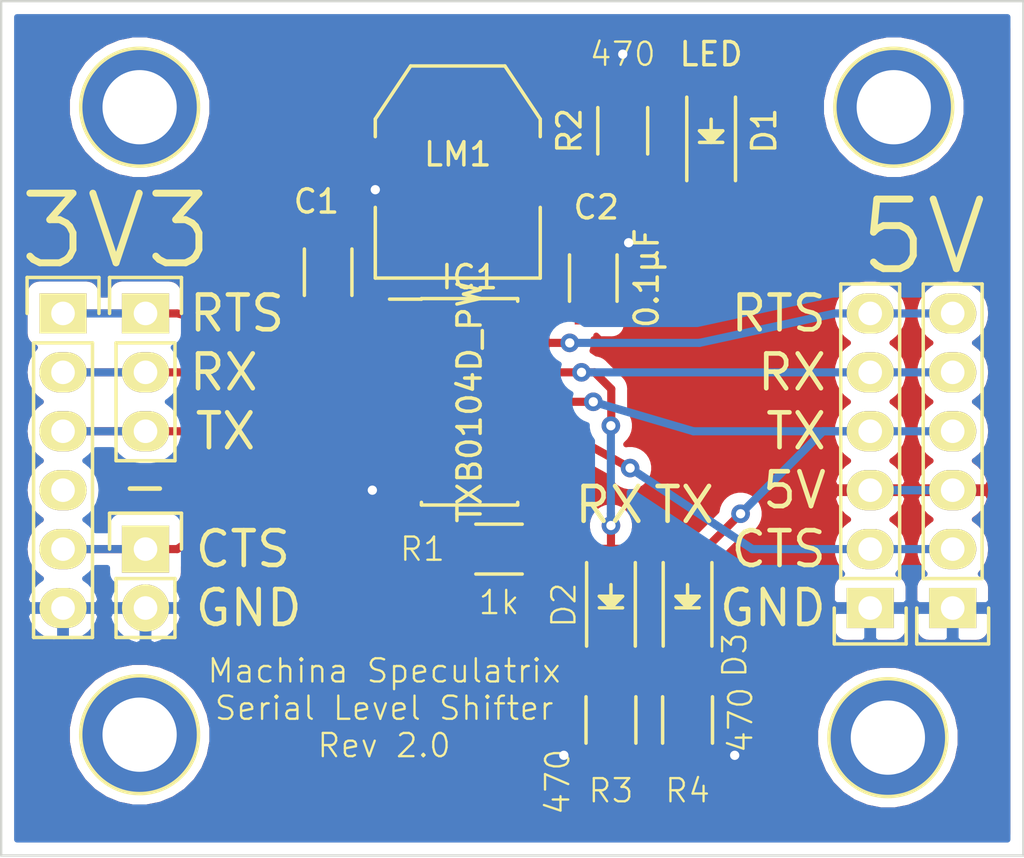
<source format=kicad_pcb>
(kicad_pcb (version 20171130) (host pcbnew "(5.1.2-1)-1")

  (general
    (thickness 1.6)
    (drawings 19)
    (tracks 95)
    (zones 0)
    (modules 20)
    (nets 19)
  )

  (page A4)
  (title_block
    (title "Serial Level Shifter")
    (date 2019-07-22)
    (rev 2.0)
    (company "Machina Speculatrix")
  )

  (layers
    (0 F.Cu signal)
    (31 B.Cu signal)
    (32 B.Adhes user hide)
    (33 F.Adhes user hide)
    (34 B.Paste user hide)
    (35 F.Paste user hide)
    (36 B.SilkS user)
    (37 F.SilkS user)
    (38 B.Mask user)
    (39 F.Mask user)
    (40 Dwgs.User user hide)
    (41 Cmts.User user hide)
    (42 Eco1.User user hide)
    (43 Eco2.User user hide)
    (44 Edge.Cuts user)
    (45 Margin user hide)
    (46 B.CrtYd user hide)
    (47 F.CrtYd user hide)
    (48 B.Fab user hide)
    (49 F.Fab user)
  )

  (setup
    (last_trace_width 0.35)
    (trace_clearance 0.2)
    (zone_clearance 0.508)
    (zone_45_only no)
    (trace_min 0.2)
    (via_size 0.8)
    (via_drill 0.4)
    (via_min_size 0.4)
    (via_min_drill 0.3)
    (uvia_size 0.3)
    (uvia_drill 0.1)
    (uvias_allowed no)
    (uvia_min_size 0.2)
    (uvia_min_drill 0.1)
    (edge_width 0.1)
    (segment_width 0.2)
    (pcb_text_width 0.3)
    (pcb_text_size 1.5 1.5)
    (mod_edge_width 0.15)
    (mod_text_size 1 1)
    (mod_text_width 0.15)
    (pad_size 1.524 1.524)
    (pad_drill 0.762)
    (pad_to_mask_clearance 0)
    (aux_axis_origin 0 0)
    (visible_elements FFFFFF7F)
    (pcbplotparams
      (layerselection 0x010f0_ffffffff)
      (usegerberextensions false)
      (usegerberattributes false)
      (usegerberadvancedattributes false)
      (creategerberjobfile false)
      (excludeedgelayer true)
      (linewidth 0.100000)
      (plotframeref false)
      (viasonmask false)
      (mode 1)
      (useauxorigin false)
      (hpglpennumber 1)
      (hpglpenspeed 20)
      (hpglpendiameter 15.000000)
      (psnegative false)
      (psa4output false)
      (plotreference true)
      (plotvalue true)
      (plotinvisibletext false)
      (padsonsilk false)
      (subtractmaskfromsilk false)
      (outputformat 1)
      (mirror false)
      (drillshape 0)
      (scaleselection 1)
      (outputdirectory "Gerbers"))
  )

  (net 0 "")
  (net 1 GND)
  (net 2 3V3)
  (net 3 5V)
  (net 4 "Net-(D1-Pad1)")
  (net 5 "Net-(D2-Pad1)")
  (net 6 /RXH)
  (net 7 "Net-(D3-Pad1)")
  (net 8 /TXH)
  (net 9 /RTSH)
  (net 10 /CTSH)
  (net 11 "Net-(IC1-Pad9)")
  (net 12 "Net-(IC1-Pad8)")
  (net 13 "Net-(IC1-Pad6)")
  (net 14 /CTSL)
  (net 15 /TXL)
  (net 16 /RXL)
  (net 17 /RTSL)
  (net 18 "Net-(J1-Pad4)")

  (net_class Default "This is the default net class."
    (clearance 0.2)
    (trace_width 0.35)
    (via_dia 0.8)
    (via_drill 0.4)
    (uvia_dia 0.3)
    (uvia_drill 0.1)
    (add_net /CTSH)
    (add_net /CTSL)
    (add_net /RTSH)
    (add_net /RTSL)
    (add_net /RXH)
    (add_net /RXL)
    (add_net /TXH)
    (add_net /TXL)
    (add_net 3V3)
    (add_net 5V)
    (add_net GND)
    (add_net "Net-(D1-Pad1)")
    (add_net "Net-(D2-Pad1)")
    (add_net "Net-(D3-Pad1)")
    (add_net "Net-(IC1-Pad6)")
    (add_net "Net-(IC1-Pad8)")
    (add_net "Net-(IC1-Pad9)")
    (add_net "Net-(J1-Pad4)")
  )

  (module Speculatrix_general:Mounting_hole_M3 (layer F.Cu) (tedit 5CF00DF4) (tstamp 5D34EFF3)
    (at 138.684 73.533)
    (descr "module 1 pin (ou trou mecanique de percage)")
    (tags DEV)
    (fp_text reference REF** (at 0 -3.81) (layer F.SilkS) hide
      (effects (font (size 1 1) (thickness 0.15)))
    )
    (fp_text value M3 (at 0 3.81) (layer F.Fab) hide
      (effects (font (size 1 1) (thickness 0.15)))
    )
    (fp_circle (center 0 0) (end 0 -2.54) (layer F.SilkS) (width 0.15))
    (pad "" thru_hole circle (at 0 0) (size 5 5) (drill 3.2) (layers *.Cu *.Mask))
  )

  (module Speculatrix_general:Mounting_hole_M3 (layer F.Cu) (tedit 5CF00DF4) (tstamp 5D34EFF3)
    (at 138.684 46.482)
    (descr "module 1 pin (ou trou mecanique de percage)")
    (tags DEV)
    (fp_text reference REF** (at 0 -3.81) (layer F.SilkS) hide
      (effects (font (size 1 1) (thickness 0.15)))
    )
    (fp_text value M3 (at 0 3.81) (layer F.Fab) hide
      (effects (font (size 1 1) (thickness 0.15)))
    )
    (fp_circle (center 0 0) (end 0 -2.54) (layer F.SilkS) (width 0.15))
    (pad "" thru_hole circle (at 0 0) (size 5 5) (drill 3.2) (layers *.Cu *.Mask))
  )

  (module Speculatrix_general:Mounting_hole_M3 (layer F.Cu) (tedit 5CF00DF4) (tstamp 5D34DD1D)
    (at 171.196 46.482)
    (descr "module 1 pin (ou trou mecanique de percage)")
    (tags DEV)
    (fp_text reference REF** (at 0 -3.81) (layer F.SilkS) hide
      (effects (font (size 1 1) (thickness 0.15)))
    )
    (fp_text value M3 (at 0 3.81) (layer F.Fab) hide
      (effects (font (size 1 1) (thickness 0.15)))
    )
    (fp_circle (center 0 0) (end 0 -2.54) (layer F.SilkS) (width 0.15))
    (pad "" thru_hole circle (at 0 0) (size 5 5) (drill 3.2) (layers *.Cu *.Mask))
  )

  (module Speculatrix_general:Mounting_hole_M3 (layer F.Cu) (tedit 5CF00DF4) (tstamp 5D34DD03)
    (at 170.942 73.66 90)
    (descr "module 1 pin (ou trou mecanique de percage)")
    (tags DEV)
    (fp_text reference REF** (at 0 -3.81 90) (layer F.SilkS) hide
      (effects (font (size 1 1) (thickness 0.15)))
    )
    (fp_text value M3 (at 0 3.81 90) (layer F.Fab) hide
      (effects (font (size 1 1) (thickness 0.15)))
    )
    (fp_circle (center 0 0) (end 0 -2.54) (layer F.SilkS) (width 0.15))
    (pad "" thru_hole circle (at 0 0 90) (size 5 5) (drill 3.2) (layers *.Cu *.Mask))
  )

  (module Pin_Headers:Pin_Header_Straight_1x02 (layer F.Cu) (tedit 54EA090C) (tstamp 5D34AB87)
    (at 138.938 65.532)
    (descr "Through hole pin header")
    (tags "pin header")
    (path /5D35A966)
    (fp_text reference J4 (at 0 -5.1) (layer F.SilkS)
      (effects (font (size 1 1) (thickness 0.15)))
    )
    (fp_text value 3V3_test2 (at 0 -3.1) (layer F.Fab) hide
      (effects (font (size 1 1) (thickness 0.15)))
    )
    (fp_line (start -1.27 3.81) (end 1.27 3.81) (layer F.SilkS) (width 0.15))
    (fp_line (start -1.27 1.27) (end -1.27 3.81) (layer F.SilkS) (width 0.15))
    (fp_line (start -1.55 -1.55) (end 1.55 -1.55) (layer F.SilkS) (width 0.15))
    (fp_line (start -1.55 0) (end -1.55 -1.55) (layer F.SilkS) (width 0.15))
    (fp_line (start 1.27 1.27) (end -1.27 1.27) (layer F.SilkS) (width 0.15))
    (fp_line (start -1.75 4.3) (end 1.75 4.3) (layer F.CrtYd) (width 0.05))
    (fp_line (start -1.75 -1.75) (end 1.75 -1.75) (layer F.CrtYd) (width 0.05))
    (fp_line (start 1.75 -1.75) (end 1.75 4.3) (layer F.CrtYd) (width 0.05))
    (fp_line (start -1.75 -1.75) (end -1.75 4.3) (layer F.CrtYd) (width 0.05))
    (fp_line (start 1.55 -1.55) (end 1.55 0) (layer F.SilkS) (width 0.15))
    (fp_line (start 1.27 1.27) (end 1.27 3.81) (layer F.SilkS) (width 0.15))
    (pad 2 thru_hole oval (at 0 2.54) (size 2.032 2.032) (drill 1.016) (layers *.Cu *.Mask F.SilkS)
      (net 1 GND))
    (pad 1 thru_hole rect (at 0 0) (size 2.032 2.032) (drill 1.016) (layers *.Cu *.Mask F.SilkS)
      (net 14 /CTSL))
    (model Pin_Headers.3dshapes/Pin_Header_Straight_1x02.wrl
      (offset (xyz 0 -1.269999980926514 0))
      (scale (xyz 1 1 1))
      (rotate (xyz 0 0 90))
    )
  )

  (module Pin_Headers:Pin_Header_Straight_1x03 (layer F.Cu) (tedit 0) (tstamp 5D34AB64)
    (at 138.938 55.372)
    (descr "Through hole pin header")
    (tags "pin header")
    (path /5D35B94D)
    (fp_text reference J3 (at 0 -5.1) (layer F.SilkS) hide
      (effects (font (size 1 1) (thickness 0.15)))
    )
    (fp_text value 3V3_test1 (at 0 -3.1) (layer F.Fab) hide
      (effects (font (size 1 1) (thickness 0.15)))
    )
    (fp_line (start -1.55 -1.55) (end 1.55 -1.55) (layer F.SilkS) (width 0.15))
    (fp_line (start -1.55 0) (end -1.55 -1.55) (layer F.SilkS) (width 0.15))
    (fp_line (start 1.27 1.27) (end -1.27 1.27) (layer F.SilkS) (width 0.15))
    (fp_line (start 1.55 -1.55) (end 1.55 0) (layer F.SilkS) (width 0.15))
    (fp_line (start 1.27 6.35) (end 1.27 1.27) (layer F.SilkS) (width 0.15))
    (fp_line (start -1.27 6.35) (end 1.27 6.35) (layer F.SilkS) (width 0.15))
    (fp_line (start -1.27 1.27) (end -1.27 6.35) (layer F.SilkS) (width 0.15))
    (fp_line (start -1.75 6.85) (end 1.75 6.85) (layer F.CrtYd) (width 0.05))
    (fp_line (start -1.75 -1.75) (end 1.75 -1.75) (layer F.CrtYd) (width 0.05))
    (fp_line (start 1.75 -1.75) (end 1.75 6.85) (layer F.CrtYd) (width 0.05))
    (fp_line (start -1.75 -1.75) (end -1.75 6.85) (layer F.CrtYd) (width 0.05))
    (pad 3 thru_hole oval (at 0 5.08) (size 2.032 1.7272) (drill 1.016) (layers *.Cu *.Mask F.SilkS)
      (net 15 /TXL))
    (pad 2 thru_hole oval (at 0 2.54) (size 2.032 1.7272) (drill 1.016) (layers *.Cu *.Mask F.SilkS)
      (net 16 /RXL))
    (pad 1 thru_hole rect (at 0 0) (size 2.032 1.7272) (drill 1.016) (layers *.Cu *.Mask F.SilkS)
      (net 17 /RTSL))
    (model Pin_Headers.3dshapes/Pin_Header_Straight_1x03.wrl
      (offset (xyz 0 -2.539999961853027 0))
      (scale (xyz 1 1 1))
      (rotate (xyz 0 0 90))
    )
  )

  (module Pin_Headers:Pin_Header_Straight_1x06 (layer F.Cu) (tedit 0) (tstamp 5D34AB37)
    (at 173.736 68.072 180)
    (descr "Through hole pin header")
    (tags "pin header")
    (path /5D34A5F6)
    (fp_text reference J2 (at 0 -5.1) (layer F.SilkS) hide
      (effects (font (size 1 1) (thickness 0.15)))
    )
    (fp_text value 5V (at 1.27 16.002) (layer F.SilkS)
      (effects (font (size 3 3) (thickness 0.3)))
    )
    (fp_line (start -1.55 -1.55) (end 1.55 -1.55) (layer F.SilkS) (width 0.15))
    (fp_line (start -1.55 0) (end -1.55 -1.55) (layer F.SilkS) (width 0.15))
    (fp_line (start 1.27 1.27) (end -1.27 1.27) (layer F.SilkS) (width 0.15))
    (fp_line (start 1.55 -1.55) (end 1.55 0) (layer F.SilkS) (width 0.15))
    (fp_line (start -1.27 13.97) (end -1.27 1.27) (layer F.SilkS) (width 0.15))
    (fp_line (start 1.27 13.97) (end -1.27 13.97) (layer F.SilkS) (width 0.15))
    (fp_line (start 1.27 1.27) (end 1.27 13.97) (layer F.SilkS) (width 0.15))
    (fp_line (start -1.75 14.45) (end 1.75 14.45) (layer F.CrtYd) (width 0.05))
    (fp_line (start -1.75 -1.75) (end 1.75 -1.75) (layer F.CrtYd) (width 0.05))
    (fp_line (start 1.75 -1.75) (end 1.75 14.45) (layer F.CrtYd) (width 0.05))
    (fp_line (start -1.75 -1.75) (end -1.75 14.45) (layer F.CrtYd) (width 0.05))
    (pad 6 thru_hole oval (at 0 12.7 180) (size 2.032 1.7272) (drill 1.016) (layers *.Cu *.Mask F.SilkS)
      (net 9 /RTSH))
    (pad 5 thru_hole oval (at 0 10.16 180) (size 2.032 1.7272) (drill 1.016) (layers *.Cu *.Mask F.SilkS)
      (net 6 /RXH))
    (pad 4 thru_hole oval (at 0 7.62 180) (size 2.032 1.7272) (drill 1.016) (layers *.Cu *.Mask F.SilkS)
      (net 8 /TXH))
    (pad 3 thru_hole oval (at 0 5.08 180) (size 2.032 1.7272) (drill 1.016) (layers *.Cu *.Mask F.SilkS)
      (net 3 5V))
    (pad 2 thru_hole oval (at 0 2.54 180) (size 2.032 1.7272) (drill 1.016) (layers *.Cu *.Mask F.SilkS)
      (net 10 /CTSH))
    (pad 1 thru_hole rect (at 0 0 180) (size 2.032 1.7272) (drill 1.016) (layers *.Cu *.Mask F.SilkS)
      (net 1 GND))
    (model Pin_Headers.3dshapes/Pin_Header_Straight_1x06.wrl
      (offset (xyz 0 -6.349999904632568 0))
      (scale (xyz 1 1 1))
      (rotate (xyz 0 0 90))
    )
  )

  (module Pin_Headers:Pin_Header_Straight_1x06 (layer F.Cu) (tedit 0) (tstamp 5D34AAEC)
    (at 135.382 55.372)
    (descr "Through hole pin header")
    (tags "pin header")
    (path /5D3478C0)
    (fp_text reference J1 (at 0 -5.1) (layer F.SilkS) hide
      (effects (font (size 1 1) (thickness 0.15)))
    )
    (fp_text value 3V3 (at 2.286 -3.556) (layer F.SilkS)
      (effects (font (size 3 3) (thickness 0.3)))
    )
    (fp_line (start -1.55 -1.55) (end 1.55 -1.55) (layer F.SilkS) (width 0.15))
    (fp_line (start -1.55 0) (end -1.55 -1.55) (layer F.SilkS) (width 0.15))
    (fp_line (start 1.27 1.27) (end -1.27 1.27) (layer F.SilkS) (width 0.15))
    (fp_line (start 1.55 -1.55) (end 1.55 0) (layer F.SilkS) (width 0.15))
    (fp_line (start -1.27 13.97) (end -1.27 1.27) (layer F.SilkS) (width 0.15))
    (fp_line (start 1.27 13.97) (end -1.27 13.97) (layer F.SilkS) (width 0.15))
    (fp_line (start 1.27 1.27) (end 1.27 13.97) (layer F.SilkS) (width 0.15))
    (fp_line (start -1.75 14.45) (end 1.75 14.45) (layer F.CrtYd) (width 0.05))
    (fp_line (start -1.75 -1.75) (end 1.75 -1.75) (layer F.CrtYd) (width 0.05))
    (fp_line (start 1.75 -1.75) (end 1.75 14.45) (layer F.CrtYd) (width 0.05))
    (fp_line (start -1.75 -1.75) (end -1.75 14.45) (layer F.CrtYd) (width 0.05))
    (pad 6 thru_hole oval (at 0 12.7) (size 2.032 1.7272) (drill 1.016) (layers *.Cu *.Mask F.SilkS)
      (net 1 GND))
    (pad 5 thru_hole oval (at 0 10.16) (size 2.032 1.7272) (drill 1.016) (layers *.Cu *.Mask F.SilkS)
      (net 14 /CTSL))
    (pad 4 thru_hole oval (at 0 7.62) (size 2.032 1.7272) (drill 1.016) (layers *.Cu *.Mask F.SilkS)
      (net 18 "Net-(J1-Pad4)"))
    (pad 3 thru_hole oval (at 0 5.08) (size 2.032 1.7272) (drill 1.016) (layers *.Cu *.Mask F.SilkS)
      (net 15 /TXL))
    (pad 2 thru_hole oval (at 0 2.54) (size 2.032 1.7272) (drill 1.016) (layers *.Cu *.Mask F.SilkS)
      (net 16 /RXL))
    (pad 1 thru_hole rect (at 0 0) (size 2.032 1.7272) (drill 1.016) (layers *.Cu *.Mask F.SilkS)
      (net 17 /RTSL))
    (model Pin_Headers.3dshapes/Pin_Header_Straight_1x06.wrl
      (offset (xyz 0 -6.349999904632568 0))
      (scale (xyz 1 1 1))
      (rotate (xyz 0 0 90))
    )
  )

  (module Resistors_SMD:R_1206 (layer F.Cu) (tedit 5415CFA7) (tstamp 5D34ABDC)
    (at 162.306 72.898 270)
    (descr "Resistor SMD 1206, reflow soldering, Vishay (see dcrcw.pdf)")
    (tags "resistor 1206")
    (path /5AF92DF9)
    (attr smd)
    (fp_text reference R4 (at 3.048 0 180) (layer F.SilkS)
      (effects (font (size 1 1) (thickness 0.1)))
    )
    (fp_text value 470 (at 0 -2.286 90) (layer F.SilkS)
      (effects (font (size 1 1) (thickness 0.1)))
    )
    (fp_line (start -1 -1.075) (end 1 -1.075) (layer F.SilkS) (width 0.15))
    (fp_line (start 1 1.075) (end -1 1.075) (layer F.SilkS) (width 0.15))
    (fp_line (start 2.2 -1.2) (end 2.2 1.2) (layer F.CrtYd) (width 0.05))
    (fp_line (start -2.2 -1.2) (end -2.2 1.2) (layer F.CrtYd) (width 0.05))
    (fp_line (start -2.2 1.2) (end 2.2 1.2) (layer F.CrtYd) (width 0.05))
    (fp_line (start -2.2 -1.2) (end 2.2 -1.2) (layer F.CrtYd) (width 0.05))
    (pad 2 smd rect (at 1.45 0 270) (size 0.9 1.7) (layers F.Cu F.Paste F.Mask)
      (net 1 GND))
    (pad 1 smd rect (at -1.45 0 270) (size 0.9 1.7) (layers F.Cu F.Paste F.Mask)
      (net 7 "Net-(D3-Pad1)"))
    (model Resistors_SMD.3dshapes/R_1206.wrl
      (at (xyz 0 0 0))
      (scale (xyz 1 1 1))
      (rotate (xyz 0 0 0))
    )
  )

  (module Resistors_SMD:R_1206 (layer F.Cu) (tedit 5415CFA7) (tstamp 5D34ABD0)
    (at 159.004 72.898 270)
    (descr "Resistor SMD 1206, reflow soldering, Vishay (see dcrcw.pdf)")
    (tags "resistor 1206")
    (path /5AF92E3D)
    (attr smd)
    (fp_text reference R3 (at 3.048 0 180) (layer F.SilkS)
      (effects (font (size 1 1) (thickness 0.1)))
    )
    (fp_text value 470 (at 2.667 2.3 90) (layer F.SilkS)
      (effects (font (size 1 1) (thickness 0.1)))
    )
    (fp_line (start -1 -1.075) (end 1 -1.075) (layer F.SilkS) (width 0.15))
    (fp_line (start 1 1.075) (end -1 1.075) (layer F.SilkS) (width 0.15))
    (fp_line (start 2.2 -1.2) (end 2.2 1.2) (layer F.CrtYd) (width 0.05))
    (fp_line (start -2.2 -1.2) (end -2.2 1.2) (layer F.CrtYd) (width 0.05))
    (fp_line (start -2.2 1.2) (end 2.2 1.2) (layer F.CrtYd) (width 0.05))
    (fp_line (start -2.2 -1.2) (end 2.2 -1.2) (layer F.CrtYd) (width 0.05))
    (pad 2 smd rect (at 1.45 0 270) (size 0.9 1.7) (layers F.Cu F.Paste F.Mask)
      (net 1 GND))
    (pad 1 smd rect (at -1.45 0 270) (size 0.9 1.7) (layers F.Cu F.Paste F.Mask)
      (net 5 "Net-(D2-Pad1)"))
    (model Resistors_SMD.3dshapes/R_1206.wrl
      (at (xyz 0 0 0))
      (scale (xyz 1 1 1))
      (rotate (xyz 0 0 0))
    )
  )

  (module Resistors_SMD:R_1206 (layer F.Cu) (tedit 5415CFA7) (tstamp 5D34ABC4)
    (at 159.512 47.498 90)
    (descr "Resistor SMD 1206, reflow soldering, Vishay (see dcrcw.pdf)")
    (tags "resistor 1206")
    (path /5ADD8A67)
    (attr smd)
    (fp_text reference R2 (at 0 -2.3 90) (layer F.SilkS)
      (effects (font (size 1 1) (thickness 0.15)))
    )
    (fp_text value 470 (at 3.302 0 180) (layer F.SilkS)
      (effects (font (size 1 1) (thickness 0.1)))
    )
    (fp_line (start -1 -1.075) (end 1 -1.075) (layer F.SilkS) (width 0.15))
    (fp_line (start 1 1.075) (end -1 1.075) (layer F.SilkS) (width 0.15))
    (fp_line (start 2.2 -1.2) (end 2.2 1.2) (layer F.CrtYd) (width 0.05))
    (fp_line (start -2.2 -1.2) (end -2.2 1.2) (layer F.CrtYd) (width 0.05))
    (fp_line (start -2.2 1.2) (end 2.2 1.2) (layer F.CrtYd) (width 0.05))
    (fp_line (start -2.2 -1.2) (end 2.2 -1.2) (layer F.CrtYd) (width 0.05))
    (pad 2 smd rect (at 1.45 0 90) (size 0.9 1.7) (layers F.Cu F.Paste F.Mask)
      (net 1 GND))
    (pad 1 smd rect (at -1.45 0 90) (size 0.9 1.7) (layers F.Cu F.Paste F.Mask)
      (net 4 "Net-(D1-Pad1)"))
    (model Resistors_SMD.3dshapes/R_1206.wrl
      (at (xyz 0 0 0))
      (scale (xyz 1 1 1))
      (rotate (xyz 0 0 0))
    )
  )

  (module Resistors_SMD:R_1206 (layer F.Cu) (tedit 5415CFA7) (tstamp 5D34ABB8)
    (at 154.178 65.532)
    (descr "Resistor SMD 1206, reflow soldering, Vishay (see dcrcw.pdf)")
    (tags "resistor 1206")
    (path /5ADCDA00)
    (attr smd)
    (fp_text reference R1 (at -3.302 0) (layer F.SilkS)
      (effects (font (size 1 1) (thickness 0.1)))
    )
    (fp_text value 1k (at 0 2.3) (layer F.SilkS)
      (effects (font (size 1 1) (thickness 0.1)))
    )
    (fp_line (start -1 -1.075) (end 1 -1.075) (layer F.SilkS) (width 0.15))
    (fp_line (start 1 1.075) (end -1 1.075) (layer F.SilkS) (width 0.15))
    (fp_line (start 2.2 -1.2) (end 2.2 1.2) (layer F.CrtYd) (width 0.05))
    (fp_line (start -2.2 -1.2) (end -2.2 1.2) (layer F.CrtYd) (width 0.05))
    (fp_line (start -2.2 1.2) (end 2.2 1.2) (layer F.CrtYd) (width 0.05))
    (fp_line (start -2.2 -1.2) (end 2.2 -1.2) (layer F.CrtYd) (width 0.05))
    (pad 2 smd rect (at 1.45 0) (size 0.9 1.7) (layers F.Cu F.Paste F.Mask)
      (net 12 "Net-(IC1-Pad8)"))
    (pad 1 smd rect (at -1.45 0) (size 0.9 1.7) (layers F.Cu F.Paste F.Mask)
      (net 2 3V3))
    (model Resistors_SMD.3dshapes/R_1206.wrl
      (at (xyz 0 0 0))
      (scale (xyz 1 1 1))
      (rotate (xyz 0 0 0))
    )
  )

  (module TO_SOT_Packages_SMD:SOT-223 (layer F.Cu) (tedit 0) (tstamp 5D34ABAC)
    (at 152.4 49.276)
    (descr "module CMS SOT223 4 pins")
    (tags "CMS SOT")
    (path /5D349286)
    (attr smd)
    (fp_text reference LM1 (at 0 -0.762) (layer F.SilkS)
      (effects (font (size 1 1) (thickness 0.15)))
    )
    (fp_text value LM1117 (at 0 0.762) (layer F.Fab)
      (effects (font (size 1 1) (thickness 0.15)))
    )
    (fp_line (start 3.556 -2.286) (end 3.556 -1.524) (layer F.SilkS) (width 0.15))
    (fp_line (start 2.032 -4.572) (end 3.556 -2.286) (layer F.SilkS) (width 0.15))
    (fp_line (start -2.032 -4.572) (end 2.032 -4.572) (layer F.SilkS) (width 0.15))
    (fp_line (start -3.556 -2.286) (end -2.032 -4.572) (layer F.SilkS) (width 0.15))
    (fp_line (start -3.556 -1.524) (end -3.556 -2.286) (layer F.SilkS) (width 0.15))
    (fp_line (start 3.556 4.572) (end 3.556 1.524) (layer F.SilkS) (width 0.15))
    (fp_line (start -3.556 4.572) (end 3.556 4.572) (layer F.SilkS) (width 0.15))
    (fp_line (start -3.556 1.524) (end -3.556 4.572) (layer F.SilkS) (width 0.15))
    (pad 1 smd rect (at -2.286 3.302) (size 1.016 2.032) (layers F.Cu F.Paste F.Mask)
      (net 1 GND))
    (pad 3 smd rect (at 2.286 3.302) (size 1.016 2.032) (layers F.Cu F.Paste F.Mask)
      (net 3 5V))
    (pad 2 smd rect (at 0 3.302) (size 1.016 2.032) (layers F.Cu F.Paste F.Mask)
      (net 2 3V3))
    (pad 4 smd rect (at 0 -3.302) (size 3.6576 2.032) (layers F.Cu F.Paste F.Mask))
    (model TO_SOT_Packages_SMD.3dshapes/SOT-223.wrl
      (at (xyz 0 0 0))
      (scale (xyz 0.4 0.4 0.4))
      (rotate (xyz 0 0 0))
    )
  )

  (module Pin_Headers:Pin_Header_Straight_1x06 (layer F.Cu) (tedit 0) (tstamp 5D34AB9C)
    (at 170.18 68.072 180)
    (descr "Through hole pin header")
    (tags "pin header")
    (path /5D3505EC)
    (fp_text reference J5 (at 0 -5.1) (layer F.SilkS) hide
      (effects (font (size 1 1) (thickness 0.15)))
    )
    (fp_text value 5V_test (at 0 -3.1) (layer F.Fab) hide
      (effects (font (size 1 1) (thickness 0.15)))
    )
    (fp_line (start -1.55 -1.55) (end 1.55 -1.55) (layer F.SilkS) (width 0.15))
    (fp_line (start -1.55 0) (end -1.55 -1.55) (layer F.SilkS) (width 0.15))
    (fp_line (start 1.27 1.27) (end -1.27 1.27) (layer F.SilkS) (width 0.15))
    (fp_line (start 1.55 -1.55) (end 1.55 0) (layer F.SilkS) (width 0.15))
    (fp_line (start -1.27 13.97) (end -1.27 1.27) (layer F.SilkS) (width 0.15))
    (fp_line (start 1.27 13.97) (end -1.27 13.97) (layer F.SilkS) (width 0.15))
    (fp_line (start 1.27 1.27) (end 1.27 13.97) (layer F.SilkS) (width 0.15))
    (fp_line (start -1.75 14.45) (end 1.75 14.45) (layer F.CrtYd) (width 0.05))
    (fp_line (start -1.75 -1.75) (end 1.75 -1.75) (layer F.CrtYd) (width 0.05))
    (fp_line (start 1.75 -1.75) (end 1.75 14.45) (layer F.CrtYd) (width 0.05))
    (fp_line (start -1.75 -1.75) (end -1.75 14.45) (layer F.CrtYd) (width 0.05))
    (pad 6 thru_hole oval (at 0 12.7 180) (size 2.032 1.7272) (drill 1.016) (layers *.Cu *.Mask F.SilkS)
      (net 9 /RTSH))
    (pad 5 thru_hole oval (at 0 10.16 180) (size 2.032 1.7272) (drill 1.016) (layers *.Cu *.Mask F.SilkS)
      (net 6 /RXH))
    (pad 4 thru_hole oval (at 0 7.62 180) (size 2.032 1.7272) (drill 1.016) (layers *.Cu *.Mask F.SilkS)
      (net 8 /TXH))
    (pad 3 thru_hole oval (at 0 5.08 180) (size 2.032 1.7272) (drill 1.016) (layers *.Cu *.Mask F.SilkS)
      (net 3 5V))
    (pad 2 thru_hole oval (at 0 2.54 180) (size 2.032 1.7272) (drill 1.016) (layers *.Cu *.Mask F.SilkS)
      (net 10 /CTSH))
    (pad 1 thru_hole rect (at 0 0 180) (size 2.032 1.7272) (drill 1.016) (layers *.Cu *.Mask F.SilkS)
      (net 1 GND))
    (model Pin_Headers.3dshapes/Pin_Header_Straight_1x06.wrl
      (offset (xyz 0 -6.349999904632568 0))
      (scale (xyz 1 1 1))
      (rotate (xyz 0 0 90))
    )
  )

  (module Housings_SOIC:SOIC-14_3.9x8.7mm_Pitch1.27mm (layer F.Cu) (tedit 574D9791) (tstamp 5D34AAA1)
    (at 152.908 59.182)
    (descr "14-Lead Plastic Small Outline (SL) - Narrow, 3.90 mm Body [SOIC] (see Microchip Packaging Specification 00000049BS.pdf)")
    (tags "SOIC 1.27")
    (path /5D349C51)
    (attr smd)
    (fp_text reference IC1 (at 0 -5.375) (layer F.SilkS)
      (effects (font (size 1 1) (thickness 0.15)))
    )
    (fp_text value TXB0104D_PW (at 0 0 90) (layer F.SilkS)
      (effects (font (size 1 1) (thickness 0.15)))
    )
    (fp_line (start -2.075 -4.425) (end -3.45 -4.425) (layer F.SilkS) (width 0.15))
    (fp_line (start -2.075 4.45) (end 2.075 4.45) (layer F.SilkS) (width 0.15))
    (fp_line (start -2.075 -4.45) (end 2.075 -4.45) (layer F.SilkS) (width 0.15))
    (fp_line (start -2.075 4.45) (end -2.075 4.335) (layer F.SilkS) (width 0.15))
    (fp_line (start 2.075 4.45) (end 2.075 4.335) (layer F.SilkS) (width 0.15))
    (fp_line (start 2.075 -4.45) (end 2.075 -4.335) (layer F.SilkS) (width 0.15))
    (fp_line (start -2.075 -4.45) (end -2.075 -4.425) (layer F.SilkS) (width 0.15))
    (fp_line (start -3.7 4.65) (end 3.7 4.65) (layer F.CrtYd) (width 0.05))
    (fp_line (start -3.7 -4.65) (end 3.7 -4.65) (layer F.CrtYd) (width 0.05))
    (fp_line (start 3.7 -4.65) (end 3.7 4.65) (layer F.CrtYd) (width 0.05))
    (fp_line (start -3.7 -4.65) (end -3.7 4.65) (layer F.CrtYd) (width 0.05))
    (fp_line (start -1.95 -3.35) (end -0.95 -4.35) (layer F.Fab) (width 0.15))
    (fp_line (start -1.95 4.35) (end -1.95 -3.35) (layer F.Fab) (width 0.15))
    (fp_line (start 1.95 4.35) (end -1.95 4.35) (layer F.Fab) (width 0.15))
    (fp_line (start 1.95 -4.35) (end 1.95 4.35) (layer F.Fab) (width 0.15))
    (fp_line (start -0.95 -4.35) (end 1.95 -4.35) (layer F.Fab) (width 0.15))
    (pad 14 smd rect (at 2.7 -3.81) (size 1.5 0.6) (layers F.Cu F.Paste F.Mask)
      (net 3 5V))
    (pad 13 smd rect (at 2.7 -2.54) (size 1.5 0.6) (layers F.Cu F.Paste F.Mask)
      (net 9 /RTSH))
    (pad 12 smd rect (at 2.7 -1.27) (size 1.5 0.6) (layers F.Cu F.Paste F.Mask)
      (net 6 /RXH))
    (pad 11 smd rect (at 2.7 0) (size 1.5 0.6) (layers F.Cu F.Paste F.Mask)
      (net 8 /TXH))
    (pad 10 smd rect (at 2.7 1.27) (size 1.5 0.6) (layers F.Cu F.Paste F.Mask)
      (net 10 /CTSH))
    (pad 9 smd rect (at 2.7 2.54) (size 1.5 0.6) (layers F.Cu F.Paste F.Mask)
      (net 11 "Net-(IC1-Pad9)"))
    (pad 8 smd rect (at 2.7 3.81) (size 1.5 0.6) (layers F.Cu F.Paste F.Mask)
      (net 12 "Net-(IC1-Pad8)"))
    (pad 7 smd rect (at -2.7 3.81) (size 1.5 0.6) (layers F.Cu F.Paste F.Mask)
      (net 1 GND))
    (pad 6 smd rect (at -2.7 2.54) (size 1.5 0.6) (layers F.Cu F.Paste F.Mask)
      (net 13 "Net-(IC1-Pad6)"))
    (pad 5 smd rect (at -2.7 1.27) (size 1.5 0.6) (layers F.Cu F.Paste F.Mask)
      (net 14 /CTSL))
    (pad 4 smd rect (at -2.7 0) (size 1.5 0.6) (layers F.Cu F.Paste F.Mask)
      (net 15 /TXL))
    (pad 3 smd rect (at -2.7 -1.27) (size 1.5 0.6) (layers F.Cu F.Paste F.Mask)
      (net 16 /RXL))
    (pad 2 smd rect (at -2.7 -2.54) (size 1.5 0.6) (layers F.Cu F.Paste F.Mask)
      (net 17 /RTSL))
    (pad 1 smd rect (at -2.7 -3.81) (size 1.5 0.6) (layers F.Cu F.Paste F.Mask)
      (net 2 3V3))
    (model Housings_SOIC.3dshapes/SOIC-14_3.9x8.7mm_Pitch1.27mm.wrl
      (at (xyz 0 0 0))
      (scale (xyz 1 1 1))
      (rotate (xyz 0 0 0))
    )
  )

  (module LEDs:LED_1206 (layer F.Cu) (tedit 55BDE2E8) (tstamp 5D34AA7F)
    (at 162.306 67.564 90)
    (descr "LED 1206 smd package")
    (tags "LED1206 SMD")
    (path /5D3539F8)
    (attr smd)
    (fp_text reference D3 (at -2.54 2.032 270) (layer F.SilkS)
      (effects (font (size 1 1) (thickness 0.1)))
    )
    (fp_text value LED (at 0 2 90) (layer F.Fab) hide
      (effects (font (size 1 1) (thickness 0.15)))
    )
    (fp_line (start 2.5 1.25) (end 2.5 -1.25) (layer F.CrtYd) (width 0.05))
    (fp_line (start -2.5 1.25) (end 2.5 1.25) (layer F.CrtYd) (width 0.05))
    (fp_line (start -2.5 -1.25) (end -2.5 1.25) (layer F.CrtYd) (width 0.05))
    (fp_line (start 2.5 -1.25) (end -2.5 -1.25) (layer F.CrtYd) (width 0.05))
    (fp_line (start 0 0.5) (end -0.5 0) (layer F.SilkS) (width 0.15))
    (fp_line (start 0 -0.5) (end 0 0.5) (layer F.SilkS) (width 0.15))
    (fp_line (start -0.5 0) (end 0 -0.5) (layer F.SilkS) (width 0.15))
    (fp_line (start 0 0) (end 0.5 0) (layer F.SilkS) (width 0.15))
    (fp_line (start -0.5 -0.5) (end -0.5 0.5) (layer F.SilkS) (width 0.15))
    (fp_line (start -0.2 0.05) (end -0.25 0) (layer F.SilkS) (width 0.15))
    (fp_line (start -0.2 -0.2) (end -0.2 0.05) (layer F.SilkS) (width 0.15))
    (fp_line (start -0.4 0) (end -0.2 -0.2) (layer F.SilkS) (width 0.15))
    (fp_line (start -0.1 0.3) (end -0.4 0) (layer F.SilkS) (width 0.15))
    (fp_line (start -0.1 -0.3) (end -0.1 0.3) (layer F.SilkS) (width 0.15))
    (fp_line (start -2.15 -1.05) (end 1.45 -1.05) (layer F.SilkS) (width 0.15))
    (fp_line (start -2.15 1.05) (end 1.45 1.05) (layer F.SilkS) (width 0.15))
    (pad 1 smd rect (at -1.41986 0 270) (size 1.59766 1.80086) (layers F.Cu F.Paste F.Mask)
      (net 7 "Net-(D3-Pad1)"))
    (pad 2 smd rect (at 1.41986 0 270) (size 1.59766 1.80086) (layers F.Cu F.Paste F.Mask)
      (net 8 /TXH))
    (model LEDs.3dshapes/LED_1206.wrl
      (at (xyz 0 0 0))
      (scale (xyz 1 1 1))
      (rotate (xyz 0 0 180))
    )
  )

  (module LEDs:LED_1206 (layer F.Cu) (tedit 55BDE2E8) (tstamp 5D34AA69)
    (at 159.004 67.564 90)
    (descr "LED 1206 smd package")
    (tags "LED1206 SMD")
    (path /5D352BFF)
    (attr smd)
    (fp_text reference D2 (at -0.381 -2.032 270) (layer F.SilkS)
      (effects (font (size 1 1) (thickness 0.1)))
    )
    (fp_text value LED (at 0 2 90) (layer F.Fab) hide
      (effects (font (size 1 1) (thickness 0.15)))
    )
    (fp_line (start 2.5 1.25) (end 2.5 -1.25) (layer F.CrtYd) (width 0.05))
    (fp_line (start -2.5 1.25) (end 2.5 1.25) (layer F.CrtYd) (width 0.05))
    (fp_line (start -2.5 -1.25) (end -2.5 1.25) (layer F.CrtYd) (width 0.05))
    (fp_line (start 2.5 -1.25) (end -2.5 -1.25) (layer F.CrtYd) (width 0.05))
    (fp_line (start 0 0.5) (end -0.5 0) (layer F.SilkS) (width 0.15))
    (fp_line (start 0 -0.5) (end 0 0.5) (layer F.SilkS) (width 0.15))
    (fp_line (start -0.5 0) (end 0 -0.5) (layer F.SilkS) (width 0.15))
    (fp_line (start 0 0) (end 0.5 0) (layer F.SilkS) (width 0.15))
    (fp_line (start -0.5 -0.5) (end -0.5 0.5) (layer F.SilkS) (width 0.15))
    (fp_line (start -0.2 0.05) (end -0.25 0) (layer F.SilkS) (width 0.15))
    (fp_line (start -0.2 -0.2) (end -0.2 0.05) (layer F.SilkS) (width 0.15))
    (fp_line (start -0.4 0) (end -0.2 -0.2) (layer F.SilkS) (width 0.15))
    (fp_line (start -0.1 0.3) (end -0.4 0) (layer F.SilkS) (width 0.15))
    (fp_line (start -0.1 -0.3) (end -0.1 0.3) (layer F.SilkS) (width 0.15))
    (fp_line (start -2.15 -1.05) (end 1.45 -1.05) (layer F.SilkS) (width 0.15))
    (fp_line (start -2.15 1.05) (end 1.45 1.05) (layer F.SilkS) (width 0.15))
    (pad 1 smd rect (at -1.41986 0 270) (size 1.59766 1.80086) (layers F.Cu F.Paste F.Mask)
      (net 5 "Net-(D2-Pad1)"))
    (pad 2 smd rect (at 1.41986 0 270) (size 1.59766 1.80086) (layers F.Cu F.Paste F.Mask)
      (net 6 /RXH))
    (model LEDs.3dshapes/LED_1206.wrl
      (at (xyz 0 0 0))
      (scale (xyz 1 1 1))
      (rotate (xyz 0 0 180))
    )
  )

  (module LEDs:LED_1206 (layer F.Cu) (tedit 55BDE2E8) (tstamp 5D34AA53)
    (at 163.322 47.498 90)
    (descr "LED 1206 smd package")
    (tags "LED1206 SMD")
    (path /5D34F47E)
    (attr smd)
    (fp_text reference D1 (at 0 2.286 90) (layer F.SilkS)
      (effects (font (size 1 1) (thickness 0.15)))
    )
    (fp_text value LED (at 3.302 0 180) (layer F.SilkS)
      (effects (font (size 1 1) (thickness 0.15)))
    )
    (fp_line (start 2.5 1.25) (end 2.5 -1.25) (layer F.CrtYd) (width 0.05))
    (fp_line (start -2.5 1.25) (end 2.5 1.25) (layer F.CrtYd) (width 0.05))
    (fp_line (start -2.5 -1.25) (end -2.5 1.25) (layer F.CrtYd) (width 0.05))
    (fp_line (start 2.5 -1.25) (end -2.5 -1.25) (layer F.CrtYd) (width 0.05))
    (fp_line (start 0 0.5) (end -0.5 0) (layer F.SilkS) (width 0.15))
    (fp_line (start 0 -0.5) (end 0 0.5) (layer F.SilkS) (width 0.15))
    (fp_line (start -0.5 0) (end 0 -0.5) (layer F.SilkS) (width 0.15))
    (fp_line (start 0 0) (end 0.5 0) (layer F.SilkS) (width 0.15))
    (fp_line (start -0.5 -0.5) (end -0.5 0.5) (layer F.SilkS) (width 0.15))
    (fp_line (start -0.2 0.05) (end -0.25 0) (layer F.SilkS) (width 0.15))
    (fp_line (start -0.2 -0.2) (end -0.2 0.05) (layer F.SilkS) (width 0.15))
    (fp_line (start -0.4 0) (end -0.2 -0.2) (layer F.SilkS) (width 0.15))
    (fp_line (start -0.1 0.3) (end -0.4 0) (layer F.SilkS) (width 0.15))
    (fp_line (start -0.1 -0.3) (end -0.1 0.3) (layer F.SilkS) (width 0.15))
    (fp_line (start -2.15 -1.05) (end 1.45 -1.05) (layer F.SilkS) (width 0.15))
    (fp_line (start -2.15 1.05) (end 1.45 1.05) (layer F.SilkS) (width 0.15))
    (pad 1 smd rect (at -1.41986 0 270) (size 1.59766 1.80086) (layers F.Cu F.Paste F.Mask)
      (net 4 "Net-(D1-Pad1)"))
    (pad 2 smd rect (at 1.41986 0 270) (size 1.59766 1.80086) (layers F.Cu F.Paste F.Mask)
      (net 3 5V))
    (model LEDs.3dshapes/LED_1206.wrl
      (at (xyz 0 0 0))
      (scale (xyz 1 1 1))
      (rotate (xyz 0 0 180))
    )
  )

  (module Capacitors_SMD:C_1206 (layer F.Cu) (tedit 5415D7BD) (tstamp 5D34AA3D)
    (at 158.242 53.848 90)
    (descr "Capacitor SMD 1206, reflow soldering, AVX (see smccp.pdf)")
    (tags "capacitor 1206")
    (path /5ADCD9A6)
    (attr smd)
    (fp_text reference C2 (at 3.048 0.127 180) (layer F.SilkS)
      (effects (font (size 1 1) (thickness 0.15)))
    )
    (fp_text value 0.1µF (at 0 2.3 90) (layer F.SilkS)
      (effects (font (size 1 1) (thickness 0.15)))
    )
    (fp_line (start -1 1.025) (end 1 1.025) (layer F.SilkS) (width 0.15))
    (fp_line (start 1 -1.025) (end -1 -1.025) (layer F.SilkS) (width 0.15))
    (fp_line (start 2.3 -1.15) (end 2.3 1.15) (layer F.CrtYd) (width 0.05))
    (fp_line (start -2.3 -1.15) (end -2.3 1.15) (layer F.CrtYd) (width 0.05))
    (fp_line (start -2.3 1.15) (end 2.3 1.15) (layer F.CrtYd) (width 0.05))
    (fp_line (start -2.3 -1.15) (end 2.3 -1.15) (layer F.CrtYd) (width 0.05))
    (fp_line (start -1.6 -0.8) (end 1.6 -0.8) (layer F.Fab) (width 0.15))
    (fp_line (start 1.6 -0.8) (end 1.6 0.8) (layer F.Fab) (width 0.15))
    (fp_line (start 1.6 0.8) (end -1.6 0.8) (layer F.Fab) (width 0.15))
    (fp_line (start -1.6 0.8) (end -1.6 -0.8) (layer F.Fab) (width 0.15))
    (pad 2 smd rect (at 1.5 0 90) (size 1 1.6) (layers F.Cu F.Paste F.Mask)
      (net 1 GND))
    (pad 1 smd rect (at -1.5 0 90) (size 1 1.6) (layers F.Cu F.Paste F.Mask)
      (net 3 5V))
    (model Capacitors_SMD.3dshapes/C_1206.wrl
      (at (xyz 0 0 0))
      (scale (xyz 1 1 1))
      (rotate (xyz 0 0 0))
    )
  )

  (module Capacitors_SMD:C_1206 (layer F.Cu) (tedit 5415D7BD) (tstamp 5D34AA2D)
    (at 146.812 53.594 90)
    (descr "Capacitor SMD 1206, reflow soldering, AVX (see smccp.pdf)")
    (tags "capacitor 1206")
    (path /5ADCD9D3)
    (attr smd)
    (fp_text reference C1 (at 3.048 -0.508 180) (layer F.SilkS)
      (effects (font (size 1 1) (thickness 0.15)))
    )
    (fp_text value 0.1µF (at 0 2.3 90) (layer F.Fab)
      (effects (font (size 1 1) (thickness 0.15)))
    )
    (fp_line (start -1 1.025) (end 1 1.025) (layer F.SilkS) (width 0.15))
    (fp_line (start 1 -1.025) (end -1 -1.025) (layer F.SilkS) (width 0.15))
    (fp_line (start 2.3 -1.15) (end 2.3 1.15) (layer F.CrtYd) (width 0.05))
    (fp_line (start -2.3 -1.15) (end -2.3 1.15) (layer F.CrtYd) (width 0.05))
    (fp_line (start -2.3 1.15) (end 2.3 1.15) (layer F.CrtYd) (width 0.05))
    (fp_line (start -2.3 -1.15) (end 2.3 -1.15) (layer F.CrtYd) (width 0.05))
    (fp_line (start -1.6 -0.8) (end 1.6 -0.8) (layer F.Fab) (width 0.15))
    (fp_line (start 1.6 -0.8) (end 1.6 0.8) (layer F.Fab) (width 0.15))
    (fp_line (start 1.6 0.8) (end -1.6 0.8) (layer F.Fab) (width 0.15))
    (fp_line (start -1.6 0.8) (end -1.6 -0.8) (layer F.Fab) (width 0.15))
    (pad 2 smd rect (at 1.5 0 90) (size 1 1.6) (layers F.Cu F.Paste F.Mask)
      (net 1 GND))
    (pad 1 smd rect (at -1.5 0 90) (size 1 1.6) (layers F.Cu F.Paste F.Mask)
      (net 2 3V3))
    (model Capacitors_SMD.3dshapes/C_1206.wrl
      (at (xyz 0 0 0))
      (scale (xyz 1 1 1))
      (rotate (xyz 0 0 0))
    )
  )

  (gr_text TX (at 163.576 63.627) (layer F.SilkS) (tstamp 5D34F060)
    (effects (font (size 1.5 1.5) (thickness 0.2)) (justify right))
  )
  (gr_text RX (at 160.528 63.627) (layer F.SilkS) (tstamp 5D34F05D)
    (effects (font (size 1.5 1.5) (thickness 0.2)) (justify right))
  )
  (gr_line (start 132.715 78.74) (end 132.715 41.91) (layer Edge.Cuts) (width 0.1) (tstamp 5D34F025))
  (gr_line (start 176.784 78.74) (end 132.715 78.74) (layer Edge.Cuts) (width 0.1))
  (gr_line (start 176.784 41.91) (end 176.784 78.74) (layer Edge.Cuts) (width 0.1))
  (gr_line (start 132.715 41.91) (end 176.784 41.91) (layer Edge.Cuts) (width 0.1))
  (gr_text "Machina Speculatrix\nSerial Level Shifter\nRev 2.0" (at 149.225 72.39) (layer F.SilkS)
    (effects (font (size 1 1) (thickness 0.1)))
  )
  (gr_text — (at 137.922 62.738) (layer F.SilkS) (tstamp 5D34EC6E)
    (effects (font (size 1.5 1.5) (thickness 0.2)) (justify left))
  )
  (gr_text GND (at 140.97 68.072) (layer F.SilkS) (tstamp 5D34EC6E)
    (effects (font (size 1.5 1.5) (thickness 0.2)) (justify left))
  )
  (gr_text CTS (at 140.97 65.532) (layer F.SilkS) (tstamp 5D34EC6A)
    (effects (font (size 1.5 1.5) (thickness 0.2)) (justify left))
  )
  (gr_text TX (at 140.97 60.452) (layer F.SilkS) (tstamp 5D34EC5E)
    (effects (font (size 1.5 1.5) (thickness 0.2)) (justify left))
  )
  (gr_text RX (at 140.716 57.912) (layer F.SilkS) (tstamp 5D34EC5A)
    (effects (font (size 1.5 1.5) (thickness 0.2)) (justify left))
  )
  (gr_text RTS (at 140.716 55.372) (layer F.SilkS) (tstamp 5D34EB46)
    (effects (font (size 1.5 1.5) (thickness 0.2)) (justify left))
  )
  (gr_text GND (at 168.402 68.072) (layer F.SilkS)
    (effects (font (size 1.5 1.5) (thickness 0.2)) (justify right))
  )
  (gr_text CTS (at 168.402 65.532) (layer F.SilkS)
    (effects (font (size 1.5 1.5) (thickness 0.2)) (justify right))
  )
  (gr_text 5V (at 168.402 62.992) (layer F.SilkS)
    (effects (font (size 1.5 1.5) (thickness 0.2)) (justify right))
  )
  (gr_text TX (at 168.402 60.452) (layer F.SilkS)
    (effects (font (size 1.5 1.5) (thickness 0.2)) (justify right))
  )
  (gr_text RX (at 168.402 57.912) (layer F.SilkS)
    (effects (font (size 1.5 1.5) (thickness 0.2)) (justify right))
  )
  (gr_text RTS (at 168.402 55.372) (layer F.SilkS)
    (effects (font (size 1.5 1.5) (thickness 0.2)) (justify right))
  )

  (via (at 159.512 44.196) (size 0.8) (drill 0.4) (layers F.Cu B.Cu) (net 1))
  (segment (start 159.512 46.048) (end 159.512 44.196) (width 0.35) (layer F.Cu) (net 1))
  (via (at 148.844 50.038) (size 0.8) (drill 0.4) (layers F.Cu B.Cu) (net 1))
  (segment (start 150.114 51.308) (end 148.844 50.038) (width 0.35) (layer F.Cu) (net 1))
  (segment (start 150.114 52.578) (end 150.114 51.308) (width 0.35) (layer F.Cu) (net 1))
  (segment (start 146.812 52.07) (end 148.844 50.038) (width 0.35) (layer F.Cu) (net 1))
  (segment (start 146.812 52.094) (end 146.812 52.07) (width 0.35) (layer F.Cu) (net 1))
  (via (at 159.766 52.324) (size 0.8) (drill 0.4) (layers F.Cu B.Cu) (net 1))
  (segment (start 159.742 52.348) (end 159.766 52.324) (width 0.35) (layer F.Cu) (net 1))
  (segment (start 158.242 52.348) (end 159.742 52.348) (width 0.35) (layer F.Cu) (net 1))
  (via (at 164.338 74.422) (size 0.8) (drill 0.4) (layers F.Cu B.Cu) (net 1))
  (segment (start 164.264 74.348) (end 164.338 74.422) (width 0.35) (layer F.Cu) (net 1))
  (segment (start 162.306 74.348) (end 164.264 74.348) (width 0.35) (layer F.Cu) (net 1))
  (segment (start 157.046 74.348) (end 156.972 74.422) (width 0.35) (layer F.Cu) (net 1))
  (via (at 156.972 74.422) (size 0.8) (drill 0.4) (layers F.Cu B.Cu) (net 1))
  (segment (start 159.004 74.348) (end 157.046 74.348) (width 0.35) (layer F.Cu) (net 1))
  (segment (start 135.636 68.072) (end 138.938 68.072) (width 0.35) (layer F.Cu) (net 1))
  (via (at 148.717 62.992) (size 0.8) (drill 0.4) (layers F.Cu B.Cu) (net 1))
  (segment (start 150.208 62.992) (end 148.717 62.992) (width 0.35) (layer F.Cu) (net 1))
  (segment (start 149.93 55.094) (end 150.208 55.372) (width 0.35) (layer F.Cu) (net 2))
  (segment (start 146.812 55.094) (end 149.93 55.094) (width 0.35) (layer F.Cu) (net 2))
  (segment (start 150.622 54.864) (end 150.208 55.372) (width 0.35) (layer F.Cu) (net 2))
  (segment (start 152.146 53.7972) (end 150.622 54.864) (width 0.35) (layer F.Cu) (net 2))
  (segment (start 152.4 52.578) (end 152.146 53.7972) (width 0.35) (layer F.Cu) (net 2))
  (segment (start 150.663002 55.372) (end 151.638 56.346998) (width 0.35) (layer F.Cu) (net 2))
  (segment (start 150.208 55.372) (end 150.663002 55.372) (width 0.35) (layer F.Cu) (net 2))
  (segment (start 151.638 56.346998) (end 151.638 64.77) (width 0.35) (layer F.Cu) (net 2))
  (segment (start 151.638 64.77) (end 152.527 65.659) (width 0.35) (layer F.Cu) (net 2))
  (segment (start 170.18 62.992) (end 173.482 62.992) (width 0.35) (layer B.Cu) (net 3))
  (segment (start 170.18 62.992) (end 173.736 62.992) (width 0.35) (layer B.Cu) (net 3))
  (segment (start 159.54214 48.91786) (end 159.512 48.948) (width 0.35) (layer F.Cu) (net 4))
  (segment (start 163.322 48.91786) (end 159.54214 48.91786) (width 0.35) (layer F.Cu) (net 4))
  (segment (start 159.004 68.98386) (end 159.004 71.448) (width 0.35) (layer F.Cu) (net 5))
  (via (at 157.734 57.912) (size 0.8) (drill 0.4) (layers F.Cu B.Cu) (net 6))
  (segment (start 155.608 57.912) (end 157.734 57.912) (width 0.35) (layer F.Cu) (net 6))
  (segment (start 159.017001 60.195357) (end 158.999684 60.212674) (width 0.35) (layer F.Cu) (net 6))
  (segment (start 159.017001 58.629316) (end 159.017001 60.195357) (width 0.35) (layer F.Cu) (net 6))
  (segment (start 158.299685 57.912) (end 159.017001 58.629316) (width 0.35) (layer F.Cu) (net 6))
  (via (at 158.999684 60.212674) (size 0.8) (drill 0.4) (layers F.Cu B.Cu) (net 6))
  (segment (start 157.734 57.912) (end 158.299685 57.912) (width 0.35) (layer F.Cu) (net 6))
  (segment (start 157.734 57.912) (end 170.434 57.912) (width 0.35) (layer B.Cu) (net 6))
  (segment (start 159.004 65.89014) (end 159.258 66.14414) (width 0.35) (layer F.Cu) (net 6))
  (segment (start 159.004 64.516) (end 159.004 65.89014) (width 0.35) (layer F.Cu) (net 6))
  (segment (start 158.999684 64.003684) (end 158.999684 60.212674) (width 0.35) (layer B.Cu) (net 6))
  (segment (start 159.004 64.516) (end 158.999684 64.003684) (width 0.35) (layer B.Cu) (net 6))
  (via (at 159.004 64.516) (size 0.8) (drill 0.4) (layers F.Cu B.Cu) (net 6))
  (segment (start 170.18 57.912) (end 173.736 57.912) (width 0.35) (layer B.Cu) (net 6))
  (segment (start 162.306 68.98386) (end 162.306 71.448) (width 0.35) (layer F.Cu) (net 7))
  (via (at 158.242 59.182) (size 0.8) (drill 0.4) (layers F.Cu B.Cu) (net 8))
  (segment (start 155.608 59.182) (end 158.242 59.182) (width 0.35) (layer F.Cu) (net 8))
  (segment (start 158.242 59.182) (end 162.56 60.452) (width 0.35) (layer B.Cu) (net 8))
  (segment (start 162.56 60.452) (end 170.434 60.452) (width 0.35) (layer B.Cu) (net 8))
  (via (at 164.592 64.008) (size 0.8) (drill 0.4) (layers F.Cu B.Cu) (net 8))
  (segment (start 162.45586 66.14414) (end 164.592 64.008) (width 0.35) (layer F.Cu) (net 8))
  (segment (start 162.306 66.14414) (end 162.45586 66.14414) (width 0.35) (layer F.Cu) (net 8))
  (segment (start 168.148 60.452) (end 170.434 60.452) (width 0.35) (layer B.Cu) (net 8))
  (segment (start 164.592 64.008) (end 168.148 60.452) (width 0.35) (layer B.Cu) (net 8))
  (segment (start 170.18 60.452) (end 173.736 60.452) (width 0.35) (layer B.Cu) (net 8))
  (via (at 157.226 56.642) (size 0.8) (drill 0.4) (layers F.Cu B.Cu) (net 9))
  (segment (start 155.608 56.642) (end 157.226 56.642) (width 0.35) (layer F.Cu) (net 9))
  (segment (start 168.656 55.372) (end 170.434 55.372) (width 0.35) (layer B.Cu) (net 9))
  (segment (start 162.814 56.642) (end 168.656 55.372) (width 0.35) (layer B.Cu) (net 9))
  (segment (start 157.226 56.642) (end 162.814 56.642) (width 0.35) (layer B.Cu) (net 9))
  (segment (start 170.18 55.372) (end 173.736 55.372) (width 0.35) (layer B.Cu) (net 9))
  (segment (start 156.972 60.452) (end 155.608 60.452) (width 0.35) (layer F.Cu) (net 10))
  (segment (start 159.829497 62.039497) (end 156.972 60.452) (width 0.35) (layer F.Cu) (net 10))
  (via (at 159.829497 62.039497) (size 0.8) (drill 0.4) (layers F.Cu B.Cu) (net 10))
  (segment (start 165.1 65.532) (end 170.434 65.532) (width 0.35) (layer B.Cu) (net 10))
  (segment (start 159.829497 62.039497) (end 165.1 65.532) (width 0.35) (layer B.Cu) (net 10))
  (segment (start 173.736 65.532) (end 170.18 65.532) (width 0.35) (layer B.Cu) (net 10))
  (segment (start 155.608 65.512) (end 155.628 65.532) (width 0.35) (layer F.Cu) (net 12))
  (segment (start 155.608 62.992) (end 155.608 65.512) (width 0.35) (layer F.Cu) (net 12))
  (segment (start 135.636 65.532) (end 138.938 65.532) (width 0.35) (layer B.Cu) (net 14))
  (segment (start 138.938 65.532) (end 135.382 65.532) (width 0.35) (layer F.Cu) (net 14))
  (segment (start 149.108 60.452) (end 150.208 60.452) (width 0.35) (layer F.Cu) (net 14))
  (segment (start 143.933491 63.161491) (end 149.108 60.452) (width 0.35) (layer F.Cu) (net 14))
  (segment (start 140.304 65.532) (end 143.933491 63.161491) (width 0.35) (layer F.Cu) (net 14))
  (segment (start 138.938 65.532) (end 140.304 65.532) (width 0.35) (layer F.Cu) (net 14))
  (segment (start 147.574 59.182) (end 150.208 59.182) (width 0.35) (layer F.Cu) (net 15))
  (segment (start 141.986 60.452) (end 147.574 59.182) (width 0.35) (layer F.Cu) (net 15))
  (segment (start 138.938 60.452) (end 141.986 60.452) (width 0.35) (layer F.Cu) (net 15))
  (segment (start 135.636 60.452) (end 138.938 60.452) (width 0.35) (layer B.Cu) (net 15))
  (segment (start 137.572 60.452) (end 135.382 60.452) (width 0.35) (layer F.Cu) (net 15))
  (segment (start 138.938 60.452) (end 137.572 60.452) (width 0.35) (layer F.Cu) (net 15))
  (segment (start 140.304 57.912) (end 150.208 57.912) (width 0.35) (layer F.Cu) (net 16))
  (segment (start 138.938 57.912) (end 140.304 57.912) (width 0.35) (layer F.Cu) (net 16))
  (segment (start 137.572 57.912) (end 135.382 57.912) (width 0.35) (layer F.Cu) (net 16))
  (segment (start 138.938 57.912) (end 137.572 57.912) (width 0.35) (layer F.Cu) (net 16))
  (segment (start 135.636 57.912) (end 138.938 57.912) (width 0.35) (layer B.Cu) (net 16))
  (segment (start 135.636 55.372) (end 138.938 55.372) (width 0.35) (layer B.Cu) (net 17))
  (segment (start 138.938 55.372) (end 135.382 55.372) (width 0.35) (layer F.Cu) (net 17))
  (segment (start 145.542 56.642) (end 149.108 56.642) (width 0.35) (layer F.Cu) (net 17))
  (segment (start 140.304 55.372) (end 145.542 56.642) (width 0.35) (layer F.Cu) (net 17))
  (segment (start 149.108 56.642) (end 150.208 56.642) (width 0.35) (layer F.Cu) (net 17))
  (segment (start 138.938 55.372) (end 140.304 55.372) (width 0.35) (layer F.Cu) (net 17))

  (zone (net 3) (net_name 5V) (layer F.Cu) (tstamp 5D35B0F8) (hatch edge 0.508)
    (connect_pads (clearance 0.508))
    (min_thickness 0.254)
    (fill yes (arc_segments 32) (thermal_gap 0.508) (thermal_bridge_width 0.508))
    (polygon
      (pts
        (xy 133.35 42.8625) (xy 176.276 42.9895) (xy 176.276 77.9145) (xy 133.35 77.7875)
      )
    )
    (filled_polygon
      (pts
        (xy 176.099 43.115976) (xy 176.099001 77.786976) (xy 133.477 77.660876) (xy 133.477 73.224229) (xy 135.549 73.224229)
        (xy 135.549 73.841771) (xy 135.669476 74.447446) (xy 135.905799 75.017979) (xy 136.248886 75.531446) (xy 136.685554 75.968114)
        (xy 137.199021 76.311201) (xy 137.769554 76.547524) (xy 138.375229 76.668) (xy 138.992771 76.668) (xy 139.598446 76.547524)
        (xy 140.168979 76.311201) (xy 140.682446 75.968114) (xy 141.119114 75.531446) (xy 141.462201 75.017979) (xy 141.698524 74.447446)
        (xy 141.723862 74.320061) (xy 155.937 74.320061) (xy 155.937 74.523939) (xy 155.976774 74.723898) (xy 156.054795 74.912256)
        (xy 156.168063 75.081774) (xy 156.312226 75.225937) (xy 156.481744 75.339205) (xy 156.670102 75.417226) (xy 156.870061 75.457)
        (xy 157.073939 75.457) (xy 157.273898 75.417226) (xy 157.462256 75.339205) (xy 157.631774 75.225937) (xy 157.660314 75.197397)
        (xy 157.702815 75.249185) (xy 157.799506 75.328537) (xy 157.90982 75.387502) (xy 158.029518 75.423812) (xy 158.154 75.436072)
        (xy 159.854 75.436072) (xy 159.978482 75.423812) (xy 160.09818 75.387502) (xy 160.208494 75.328537) (xy 160.305185 75.249185)
        (xy 160.384537 75.152494) (xy 160.443502 75.04218) (xy 160.479812 74.922482) (xy 160.492072 74.798) (xy 160.492072 73.898)
        (xy 160.817928 73.898) (xy 160.817928 74.798) (xy 160.830188 74.922482) (xy 160.866498 75.04218) (xy 160.925463 75.152494)
        (xy 161.004815 75.249185) (xy 161.101506 75.328537) (xy 161.21182 75.387502) (xy 161.331518 75.423812) (xy 161.456 75.436072)
        (xy 163.156 75.436072) (xy 163.280482 75.423812) (xy 163.40018 75.387502) (xy 163.510494 75.328537) (xy 163.607185 75.249185)
        (xy 163.649686 75.197397) (xy 163.678226 75.225937) (xy 163.847744 75.339205) (xy 164.036102 75.417226) (xy 164.236061 75.457)
        (xy 164.439939 75.457) (xy 164.639898 75.417226) (xy 164.828256 75.339205) (xy 164.997774 75.225937) (xy 165.141937 75.081774)
        (xy 165.255205 74.912256) (xy 165.333226 74.723898) (xy 165.373 74.523939) (xy 165.373 74.320061) (xy 165.333226 74.120102)
        (xy 165.255205 73.931744) (xy 165.141937 73.762226) (xy 164.997774 73.618063) (xy 164.828256 73.504795) (xy 164.639898 73.426774)
        (xy 164.439939 73.387) (xy 164.236061 73.387) (xy 164.036102 73.426774) (xy 163.847744 73.504795) (xy 163.798049 73.538)
        (xy 163.682018 73.538) (xy 163.607185 73.446815) (xy 163.510494 73.367463) (xy 163.480123 73.351229) (xy 167.807 73.351229)
        (xy 167.807 73.968771) (xy 167.927476 74.574446) (xy 168.163799 75.144979) (xy 168.506886 75.658446) (xy 168.943554 76.095114)
        (xy 169.457021 76.438201) (xy 170.027554 76.674524) (xy 170.633229 76.795) (xy 171.250771 76.795) (xy 171.856446 76.674524)
        (xy 172.426979 76.438201) (xy 172.940446 76.095114) (xy 173.377114 75.658446) (xy 173.720201 75.144979) (xy 173.956524 74.574446)
        (xy 174.077 73.968771) (xy 174.077 73.351229) (xy 173.956524 72.745554) (xy 173.720201 72.175021) (xy 173.377114 71.661554)
        (xy 172.940446 71.224886) (xy 172.426979 70.881799) (xy 171.856446 70.645476) (xy 171.250771 70.525) (xy 170.633229 70.525)
        (xy 170.027554 70.645476) (xy 169.457021 70.881799) (xy 168.943554 71.224886) (xy 168.506886 71.661554) (xy 168.163799 72.175021)
        (xy 167.927476 72.745554) (xy 167.807 73.351229) (xy 163.480123 73.351229) (xy 163.40018 73.308498) (xy 163.280482 73.272188)
        (xy 163.156 73.259928) (xy 161.456 73.259928) (xy 161.331518 73.272188) (xy 161.21182 73.308498) (xy 161.101506 73.367463)
        (xy 161.004815 73.446815) (xy 160.925463 73.543506) (xy 160.866498 73.65382) (xy 160.830188 73.773518) (xy 160.817928 73.898)
        (xy 160.492072 73.898) (xy 160.479812 73.773518) (xy 160.443502 73.65382) (xy 160.384537 73.543506) (xy 160.305185 73.446815)
        (xy 160.208494 73.367463) (xy 160.09818 73.308498) (xy 159.978482 73.272188) (xy 159.854 73.259928) (xy 158.154 73.259928)
        (xy 158.029518 73.272188) (xy 157.90982 73.308498) (xy 157.799506 73.367463) (xy 157.702815 73.446815) (xy 157.627982 73.538)
        (xy 157.511951 73.538) (xy 157.462256 73.504795) (xy 157.273898 73.426774) (xy 157.073939 73.387) (xy 156.870061 73.387)
        (xy 156.670102 73.426774) (xy 156.481744 73.504795) (xy 156.312226 73.618063) (xy 156.168063 73.762226) (xy 156.054795 73.931744)
        (xy 155.976774 74.120102) (xy 155.937 74.320061) (xy 141.723862 74.320061) (xy 141.819 73.841771) (xy 141.819 73.224229)
        (xy 141.698524 72.618554) (xy 141.462201 72.048021) (xy 141.119114 71.534554) (xy 140.682446 71.097886) (xy 140.168979 70.754799)
        (xy 139.598446 70.518476) (xy 138.992771 70.398) (xy 138.375229 70.398) (xy 137.769554 70.518476) (xy 137.199021 70.754799)
        (xy 136.685554 71.097886) (xy 136.248886 71.534554) (xy 135.905799 72.048021) (xy 135.669476 72.618554) (xy 135.549 73.224229)
        (xy 133.477 73.224229) (xy 133.477 57.912) (xy 133.723749 57.912) (xy 133.752684 58.205777) (xy 133.838375 58.488264)
        (xy 133.977531 58.748606) (xy 134.164803 58.976797) (xy 134.392994 59.164069) (xy 134.42654 59.182) (xy 134.392994 59.199931)
        (xy 134.164803 59.387203) (xy 133.977531 59.615394) (xy 133.838375 59.875736) (xy 133.752684 60.158223) (xy 133.723749 60.452)
        (xy 133.752684 60.745777) (xy 133.838375 61.028264) (xy 133.977531 61.288606) (xy 134.164803 61.516797) (xy 134.392994 61.704069)
        (xy 134.42654 61.722) (xy 134.392994 61.739931) (xy 134.164803 61.927203) (xy 133.977531 62.155394) (xy 133.838375 62.415736)
        (xy 133.752684 62.698223) (xy 133.723749 62.992) (xy 133.752684 63.285777) (xy 133.838375 63.568264) (xy 133.977531 63.828606)
        (xy 134.164803 64.056797) (xy 134.392994 64.244069) (xy 134.42654 64.262) (xy 134.392994 64.279931) (xy 134.164803 64.467203)
        (xy 133.977531 64.695394) (xy 133.838375 64.955736) (xy 133.752684 65.238223) (xy 133.723749 65.532) (xy 133.752684 65.825777)
        (xy 133.838375 66.108264) (xy 133.977531 66.368606) (xy 134.164803 66.596797) (xy 134.392994 66.784069) (xy 134.42654 66.802)
        (xy 134.392994 66.819931) (xy 134.164803 67.007203) (xy 133.977531 67.235394) (xy 133.838375 67.495736) (xy 133.752684 67.778223)
        (xy 133.723749 68.072) (xy 133.752684 68.365777) (xy 133.838375 68.648264) (xy 133.977531 68.908606) (xy 134.164803 69.136797)
        (xy 134.392994 69.324069) (xy 134.653336 69.463225) (xy 134.935823 69.548916) (xy 135.155981 69.5706) (xy 135.608019 69.5706)
        (xy 135.828177 69.548916) (xy 136.110664 69.463225) (xy 136.371006 69.324069) (xy 136.599197 69.136797) (xy 136.786469 68.908606)
        (xy 136.80069 68.882) (xy 137.498906 68.882) (xy 137.558602 68.993684) (xy 137.764918 69.245082) (xy 138.016316 69.451398)
        (xy 138.303133 69.604705) (xy 138.614347 69.699111) (xy 138.856896 69.723) (xy 139.019104 69.723) (xy 139.261653 69.699111)
        (xy 139.572867 69.604705) (xy 139.859684 69.451398) (xy 140.111082 69.245082) (xy 140.317398 68.993684) (xy 140.470705 68.706867)
        (xy 140.565111 68.395653) (xy 140.596988 68.072) (xy 140.565111 67.748347) (xy 140.470705 67.437133) (xy 140.317398 67.150316)
        (xy 140.273737 67.097115) (xy 140.308494 67.078537) (xy 140.405185 66.999185) (xy 140.484537 66.902494) (xy 140.543502 66.79218)
        (xy 140.579812 66.672482) (xy 140.592072 66.548) (xy 140.592072 66.291712) (xy 140.607575 66.287186) (xy 140.611373 66.285207)
        (xy 140.615473 66.283963) (xy 140.682099 66.248351) (xy 140.713614 66.231928) (xy 140.717174 66.229603) (xy 140.756189 66.208749)
        (xy 140.783809 66.186082) (xy 144.343785 63.860975) (xy 148.819928 61.517166) (xy 148.819928 61.957197) (xy 148.818939 61.957)
        (xy 148.615061 61.957) (xy 148.415102 61.996774) (xy 148.226744 62.074795) (xy 148.057226 62.188063) (xy 147.913063 62.332226)
        (xy 147.799795 62.501744) (xy 147.721774 62.690102) (xy 147.682 62.890061) (xy 147.682 63.093939) (xy 147.721774 63.293898)
        (xy 147.799795 63.482256) (xy 147.913063 63.651774) (xy 148.057226 63.795937) (xy 148.226744 63.909205) (xy 148.415102 63.987226)
        (xy 148.615061 64.027) (xy 148.818939 64.027) (xy 149.018898 63.987226) (xy 149.207256 63.909205) (xy 149.237821 63.888782)
        (xy 149.333518 63.917812) (xy 149.458 63.930072) (xy 150.828001 63.930072) (xy 150.828001 64.730202) (xy 150.824081 64.77)
        (xy 150.836307 64.894125) (xy 150.839721 64.928788) (xy 150.846299 64.950473) (xy 150.886038 65.081473) (xy 150.961251 65.222189)
        (xy 151.016286 65.289248) (xy 151.062473 65.345528) (xy 151.093383 65.370895) (xy 151.639928 65.917441) (xy 151.639928 66.382)
        (xy 151.652188 66.506482) (xy 151.688498 66.62618) (xy 151.747463 66.736494) (xy 151.826815 66.833185) (xy 151.923506 66.912537)
        (xy 152.03382 66.971502) (xy 152.153518 67.007812) (xy 152.278 67.020072) (xy 153.178 67.020072) (xy 153.302482 67.007812)
        (xy 153.42218 66.971502) (xy 153.532494 66.912537) (xy 153.629185 66.833185) (xy 153.708537 66.736494) (xy 153.767502 66.62618)
        (xy 153.803812 66.506482) (xy 153.816072 66.382) (xy 153.816072 64.682) (xy 153.803812 64.557518) (xy 153.767502 64.43782)
        (xy 153.708537 64.327506) (xy 153.629185 64.230815) (xy 153.532494 64.151463) (xy 153.42218 64.092498) (xy 153.302482 64.056188)
        (xy 153.178 64.043928) (xy 152.448 64.043928) (xy 152.448 56.386785) (xy 152.451919 56.346997) (xy 152.448 56.307207)
        (xy 152.43628 56.18821) (xy 152.389963 56.035525) (xy 152.314749 55.894809) (xy 152.213528 55.77147) (xy 152.182619 55.746104)
        (xy 152.108515 55.672) (xy 154.219928 55.672) (xy 154.232188 55.796482) (xy 154.268498 55.91618) (xy 154.317043 56.007)
        (xy 154.268498 56.09782) (xy 154.232188 56.217518) (xy 154.219928 56.342) (xy 154.219928 56.942) (xy 154.232188 57.066482)
        (xy 154.268498 57.18618) (xy 154.317043 57.277) (xy 154.268498 57.36782) (xy 154.232188 57.487518) (xy 154.219928 57.612)
        (xy 154.219928 58.212) (xy 154.232188 58.336482) (xy 154.268498 58.45618) (xy 154.317043 58.547) (xy 154.268498 58.63782)
        (xy 154.232188 58.757518) (xy 154.219928 58.882) (xy 154.219928 59.482) (xy 154.232188 59.606482) (xy 154.268498 59.72618)
        (xy 154.317043 59.817) (xy 154.268498 59.90782) (xy 154.232188 60.027518) (xy 154.219928 60.152) (xy 154.219928 60.752)
        (xy 154.232188 60.876482) (xy 154.268498 60.99618) (xy 154.317043 61.087) (xy 154.268498 61.17782) (xy 154.232188 61.297518)
        (xy 154.219928 61.422) (xy 154.219928 62.022) (xy 154.232188 62.146482) (xy 154.268498 62.26618) (xy 154.317043 62.357)
        (xy 154.268498 62.44782) (xy 154.232188 62.567518) (xy 154.219928 62.692) (xy 154.219928 63.292) (xy 154.232188 63.416482)
        (xy 154.268498 63.53618) (xy 154.327463 63.646494) (xy 154.406815 63.743185) (xy 154.503506 63.822537) (xy 154.61382 63.881502)
        (xy 154.733518 63.917812) (xy 154.798 63.924163) (xy 154.798 64.172395) (xy 154.726815 64.230815) (xy 154.647463 64.327506)
        (xy 154.588498 64.43782) (xy 154.552188 64.557518) (xy 154.539928 64.682) (xy 154.539928 66.382) (xy 154.552188 66.506482)
        (xy 154.588498 66.62618) (xy 154.647463 66.736494) (xy 154.726815 66.833185) (xy 154.823506 66.912537) (xy 154.93382 66.971502)
        (xy 155.053518 67.007812) (xy 155.178 67.020072) (xy 156.078 67.020072) (xy 156.202482 67.007812) (xy 156.32218 66.971502)
        (xy 156.432494 66.912537) (xy 156.529185 66.833185) (xy 156.608537 66.736494) (xy 156.667502 66.62618) (xy 156.703812 66.506482)
        (xy 156.716072 66.382) (xy 156.716072 65.34531) (xy 157.465498 65.34531) (xy 157.465498 66.94297) (xy 157.477758 67.067452)
        (xy 157.514068 67.18715) (xy 157.573033 67.297464) (xy 157.652385 67.394155) (xy 157.749076 67.473507) (xy 157.85939 67.532472)
        (xy 157.963324 67.564) (xy 157.85939 67.595528) (xy 157.749076 67.654493) (xy 157.652385 67.733845) (xy 157.573033 67.830536)
        (xy 157.514068 67.94085) (xy 157.477758 68.060548) (xy 157.465498 68.18503) (xy 157.465498 69.78269) (xy 157.477758 69.907172)
        (xy 157.514068 70.02687) (xy 157.573033 70.137184) (xy 157.652385 70.233875) (xy 157.749076 70.313227) (xy 157.85939 70.372192)
        (xy 157.944447 70.397994) (xy 157.90982 70.408498) (xy 157.799506 70.467463) (xy 157.702815 70.546815) (xy 157.623463 70.643506)
        (xy 157.564498 70.75382) (xy 157.528188 70.873518) (xy 157.515928 70.998) (xy 157.515928 71.898) (xy 157.528188 72.022482)
        (xy 157.564498 72.14218) (xy 157.623463 72.252494) (xy 157.702815 72.349185) (xy 157.799506 72.428537) (xy 157.90982 72.487502)
        (xy 158.029518 72.523812) (xy 158.154 72.536072) (xy 159.854 72.536072) (xy 159.978482 72.523812) (xy 160.09818 72.487502)
        (xy 160.208494 72.428537) (xy 160.305185 72.349185) (xy 160.384537 72.252494) (xy 160.443502 72.14218) (xy 160.479812 72.022482)
        (xy 160.492072 71.898) (xy 160.492072 70.998) (xy 160.479812 70.873518) (xy 160.443502 70.75382) (xy 160.384537 70.643506)
        (xy 160.305185 70.546815) (xy 160.208494 70.467463) (xy 160.09818 70.408498) (xy 160.063553 70.397994) (xy 160.14861 70.372192)
        (xy 160.258924 70.313227) (xy 160.355615 70.233875) (xy 160.434967 70.137184) (xy 160.493932 70.02687) (xy 160.530242 69.907172)
        (xy 160.542502 69.78269) (xy 160.542502 68.18503) (xy 160.530242 68.060548) (xy 160.493932 67.94085) (xy 160.434967 67.830536)
        (xy 160.355615 67.733845) (xy 160.258924 67.654493) (xy 160.14861 67.595528) (xy 160.044676 67.564) (xy 160.14861 67.532472)
        (xy 160.258924 67.473507) (xy 160.355615 67.394155) (xy 160.434967 67.297464) (xy 160.493932 67.18715) (xy 160.530242 67.067452)
        (xy 160.542502 66.94297) (xy 160.542502 65.34531) (xy 160.767498 65.34531) (xy 160.767498 66.94297) (xy 160.779758 67.067452)
        (xy 160.816068 67.18715) (xy 160.875033 67.297464) (xy 160.954385 67.394155) (xy 161.051076 67.473507) (xy 161.16139 67.532472)
        (xy 161.265324 67.564) (xy 161.16139 67.595528) (xy 161.051076 67.654493) (xy 160.954385 67.733845) (xy 160.875033 67.830536)
        (xy 160.816068 67.94085) (xy 160.779758 68.060548) (xy 160.767498 68.18503) (xy 160.767498 69.78269) (xy 160.779758 69.907172)
        (xy 160.816068 70.02687) (xy 160.875033 70.137184) (xy 160.954385 70.233875) (xy 161.051076 70.313227) (xy 161.16139 70.372192)
        (xy 161.246447 70.397994) (xy 161.21182 70.408498) (xy 161.101506 70.467463) (xy 161.004815 70.546815) (xy 160.925463 70.643506)
        (xy 160.866498 70.75382) (xy 160.830188 70.873518) (xy 160.817928 70.998) (xy 160.817928 71.898) (xy 160.830188 72.022482)
        (xy 160.866498 72.14218) (xy 160.925463 72.252494) (xy 161.004815 72.349185) (xy 161.101506 72.428537) (xy 161.21182 72.487502)
        (xy 161.331518 72.523812) (xy 161.456 72.536072) (xy 163.156 72.536072) (xy 163.280482 72.523812) (xy 163.40018 72.487502)
        (xy 163.510494 72.428537) (xy 163.607185 72.349185) (xy 163.686537 72.252494) (xy 163.745502 72.14218) (xy 163.781812 72.022482)
        (xy 163.794072 71.898) (xy 163.794072 70.998) (xy 163.781812 70.873518) (xy 163.745502 70.75382) (xy 163.686537 70.643506)
        (xy 163.607185 70.546815) (xy 163.510494 70.467463) (xy 163.40018 70.408498) (xy 163.365553 70.397994) (xy 163.45061 70.372192)
        (xy 163.560924 70.313227) (xy 163.657615 70.233875) (xy 163.736967 70.137184) (xy 163.795932 70.02687) (xy 163.832242 69.907172)
        (xy 163.844502 69.78269) (xy 163.844502 68.18503) (xy 163.832242 68.060548) (xy 163.795932 67.94085) (xy 163.736967 67.830536)
        (xy 163.657615 67.733845) (xy 163.560924 67.654493) (xy 163.45061 67.595528) (xy 163.346676 67.564) (xy 163.45061 67.532472)
        (xy 163.560924 67.473507) (xy 163.657615 67.394155) (xy 163.736967 67.297464) (xy 163.795932 67.18715) (xy 163.832242 67.067452)
        (xy 163.844502 66.94297) (xy 163.844502 65.90101) (xy 164.213512 65.532) (xy 168.521749 65.532) (xy 168.550684 65.825777)
        (xy 168.636375 66.108264) (xy 168.775531 66.368606) (xy 168.962803 66.596797) (xy 168.970865 66.603414) (xy 168.91982 66.618898)
        (xy 168.809506 66.677863) (xy 168.712815 66.757215) (xy 168.633463 66.853906) (xy 168.574498 66.96422) (xy 168.538188 67.083918)
        (xy 168.525928 67.2084) (xy 168.525928 68.9356) (xy 168.538188 69.060082) (xy 168.574498 69.17978) (xy 168.633463 69.290094)
        (xy 168.712815 69.386785) (xy 168.809506 69.466137) (xy 168.91982 69.525102) (xy 169.039518 69.561412) (xy 169.164 69.573672)
        (xy 171.196 69.573672) (xy 171.320482 69.561412) (xy 171.44018 69.525102) (xy 171.550494 69.466137) (xy 171.647185 69.386785)
        (xy 171.726537 69.290094) (xy 171.785502 69.17978) (xy 171.821812 69.060082) (xy 171.834072 68.9356) (xy 171.834072 67.2084)
        (xy 171.821812 67.083918) (xy 171.785502 66.96422) (xy 171.726537 66.853906) (xy 171.647185 66.757215) (xy 171.550494 66.677863)
        (xy 171.44018 66.618898) (xy 171.389135 66.603414) (xy 171.397197 66.596797) (xy 171.584469 66.368606) (xy 171.723625 66.108264)
        (xy 171.809316 65.825777) (xy 171.838251 65.532) (xy 172.077749 65.532) (xy 172.106684 65.825777) (xy 172.192375 66.108264)
        (xy 172.331531 66.368606) (xy 172.518803 66.596797) (xy 172.526865 66.603414) (xy 172.47582 66.618898) (xy 172.365506 66.677863)
        (xy 172.268815 66.757215) (xy 172.189463 66.853906) (xy 172.130498 66.96422) (xy 172.094188 67.083918) (xy 172.081928 67.2084)
        (xy 172.081928 68.9356) (xy 172.094188 69.060082) (xy 172.130498 69.17978) (xy 172.189463 69.290094) (xy 172.268815 69.386785)
        (xy 172.365506 69.466137) (xy 172.47582 69.525102) (xy 172.595518 69.561412) (xy 172.72 69.573672) (xy 174.752 69.573672)
        (xy 174.876482 69.561412) (xy 174.99618 69.525102) (xy 175.106494 69.466137) (xy 175.203185 69.386785) (xy 175.282537 69.290094)
        (xy 175.341502 69.17978) (xy 175.377812 69.060082) (xy 175.390072 68.9356) (xy 175.390072 67.2084) (xy 175.377812 67.083918)
        (xy 175.341502 66.96422) (xy 175.282537 66.853906) (xy 175.203185 66.757215) (xy 175.106494 66.677863) (xy 174.99618 66.618898)
        (xy 174.945135 66.603414) (xy 174.953197 66.596797) (xy 175.140469 66.368606) (xy 175.279625 66.108264) (xy 175.365316 65.825777)
        (xy 175.394251 65.532) (xy 175.365316 65.238223) (xy 175.279625 64.955736) (xy 175.140469 64.695394) (xy 174.953197 64.467203)
        (xy 174.725006 64.279931) (xy 174.685053 64.258576) (xy 174.887729 64.110486) (xy 175.086733 63.894035) (xy 175.239686 63.642919)
        (xy 175.340709 63.366789) (xy 175.343358 63.351026) (xy 175.222217 63.119) (xy 173.863 63.119) (xy 173.863 63.139)
        (xy 173.609 63.139) (xy 173.609 63.119) (xy 172.249783 63.119) (xy 172.128642 63.351026) (xy 172.131291 63.366789)
        (xy 172.232314 63.642919) (xy 172.385267 63.894035) (xy 172.584271 64.110486) (xy 172.786947 64.258576) (xy 172.746994 64.279931)
        (xy 172.518803 64.467203) (xy 172.331531 64.695394) (xy 172.192375 64.955736) (xy 172.106684 65.238223) (xy 172.077749 65.532)
        (xy 171.838251 65.532) (xy 171.809316 65.238223) (xy 171.723625 64.955736) (xy 171.584469 64.695394) (xy 171.397197 64.467203)
        (xy 171.169006 64.279931) (xy 171.129053 64.258576) (xy 171.331729 64.110486) (xy 171.530733 63.894035) (xy 171.683686 63.642919)
        (xy 171.784709 63.366789) (xy 171.787358 63.351026) (xy 171.666217 63.119) (xy 170.307 63.119) (xy 170.307 63.139)
        (xy 170.053 63.139) (xy 170.053 63.119) (xy 168.693783 63.119) (xy 168.572642 63.351026) (xy 168.575291 63.366789)
        (xy 168.676314 63.642919) (xy 168.829267 63.894035) (xy 169.028271 64.110486) (xy 169.230947 64.258576) (xy 169.190994 64.279931)
        (xy 168.962803 64.467203) (xy 168.775531 64.695394) (xy 168.636375 64.955736) (xy 168.550684 65.238223) (xy 168.521749 65.532)
        (xy 164.213512 65.532) (xy 164.704642 65.040871) (xy 164.893898 65.003226) (xy 165.082256 64.925205) (xy 165.251774 64.811937)
        (xy 165.395937 64.667774) (xy 165.509205 64.498256) (xy 165.587226 64.309898) (xy 165.627 64.109939) (xy 165.627 63.906061)
        (xy 165.587226 63.706102) (xy 165.509205 63.517744) (xy 165.395937 63.348226) (xy 165.251774 63.204063) (xy 165.082256 63.090795)
        (xy 164.893898 63.012774) (xy 164.693939 62.973) (xy 164.490061 62.973) (xy 164.290102 63.012774) (xy 164.101744 63.090795)
        (xy 163.932226 63.204063) (xy 163.788063 63.348226) (xy 163.674795 63.517744) (xy 163.596774 63.706102) (xy 163.559129 63.895358)
        (xy 162.74725 64.707238) (xy 161.40557 64.707238) (xy 161.281088 64.719498) (xy 161.16139 64.755808) (xy 161.051076 64.814773)
        (xy 160.954385 64.894125) (xy 160.875033 64.990816) (xy 160.816068 65.10113) (xy 160.779758 65.220828) (xy 160.767498 65.34531)
        (xy 160.542502 65.34531) (xy 160.530242 65.220828) (xy 160.493932 65.10113) (xy 160.434967 64.990816) (xy 160.355615 64.894125)
        (xy 160.258924 64.814773) (xy 160.14861 64.755808) (xy 160.028912 64.719498) (xy 160.018993 64.718521) (xy 160.039 64.617939)
        (xy 160.039 64.414061) (xy 159.999226 64.214102) (xy 159.921205 64.025744) (xy 159.807937 63.856226) (xy 159.663774 63.712063)
        (xy 159.494256 63.598795) (xy 159.305898 63.520774) (xy 159.105939 63.481) (xy 158.902061 63.481) (xy 158.702102 63.520774)
        (xy 158.513744 63.598795) (xy 158.344226 63.712063) (xy 158.200063 63.856226) (xy 158.086795 64.025744) (xy 158.008774 64.214102)
        (xy 157.969 64.414061) (xy 157.969 64.617939) (xy 157.989007 64.718521) (xy 157.979088 64.719498) (xy 157.85939 64.755808)
        (xy 157.749076 64.814773) (xy 157.652385 64.894125) (xy 157.573033 64.990816) (xy 157.514068 65.10113) (xy 157.477758 65.220828)
        (xy 157.465498 65.34531) (xy 156.716072 65.34531) (xy 156.716072 64.682) (xy 156.703812 64.557518) (xy 156.667502 64.43782)
        (xy 156.608537 64.327506) (xy 156.529185 64.230815) (xy 156.432494 64.151463) (xy 156.418 64.143716) (xy 156.418 63.924163)
        (xy 156.482482 63.917812) (xy 156.60218 63.881502) (xy 156.712494 63.822537) (xy 156.809185 63.743185) (xy 156.888537 63.646494)
        (xy 156.947502 63.53618) (xy 156.983812 63.416482) (xy 156.996072 63.292) (xy 156.996072 62.692) (xy 156.983812 62.567518)
        (xy 156.947502 62.44782) (xy 156.898957 62.357) (xy 156.947502 62.26618) (xy 156.983812 62.146482) (xy 156.996072 62.022)
        (xy 156.996072 61.422) (xy 156.992944 61.390242) (xy 158.872904 62.434663) (xy 158.912292 62.529753) (xy 159.02556 62.699271)
        (xy 159.169723 62.843434) (xy 159.339241 62.956702) (xy 159.527599 63.034723) (xy 159.727558 63.074497) (xy 159.931436 63.074497)
        (xy 160.131395 63.034723) (xy 160.319753 62.956702) (xy 160.489271 62.843434) (xy 160.633434 62.699271) (xy 160.746702 62.529753)
        (xy 160.824723 62.341395) (xy 160.864497 62.141436) (xy 160.864497 61.937558) (xy 160.824723 61.737599) (xy 160.746702 61.549241)
        (xy 160.633434 61.379723) (xy 160.489271 61.23556) (xy 160.319753 61.122292) (xy 160.131395 61.044271) (xy 159.931436 61.004497)
        (xy 159.727558 61.004497) (xy 159.658952 61.018143) (xy 159.657976 61.017601) (xy 159.659458 61.016611) (xy 159.803621 60.872448)
        (xy 159.916889 60.70293) (xy 159.99491 60.514572) (xy 160.034684 60.314613) (xy 160.034684 60.110735) (xy 159.99491 59.910776)
        (xy 159.916889 59.722418) (xy 159.827001 59.587891) (xy 159.827001 58.669103) (xy 159.83092 58.629315) (xy 159.827001 58.589525)
        (xy 159.815281 58.470528) (xy 159.768964 58.317843) (xy 159.729456 58.243928) (xy 159.69375 58.177126) (xy 159.64812 58.121526)
        (xy 159.592529 58.053788) (xy 159.56162 58.028422) (xy 158.900584 57.367387) (xy 158.875213 57.336472) (xy 158.751874 57.235251)
        (xy 158.611158 57.160037) (xy 158.458473 57.11372) (xy 158.392519 57.107224) (xy 158.224256 56.994795) (xy 158.203675 56.98627)
        (xy 158.221226 56.943898) (xy 158.261 56.743939) (xy 158.261 56.540061) (xy 158.24965 56.483) (xy 158.369002 56.483)
        (xy 158.369002 56.324252) (xy 158.52775 56.483) (xy 159.042 56.486072) (xy 159.166482 56.473812) (xy 159.28618 56.437502)
        (xy 159.396494 56.378537) (xy 159.493185 56.299185) (xy 159.572537 56.202494) (xy 159.631502 56.09218) (xy 159.667812 55.972482)
        (xy 159.680072 55.848) (xy 159.677 55.63375) (xy 159.51825 55.475) (xy 158.369 55.475) (xy 158.369 55.495)
        (xy 158.115 55.495) (xy 158.115 55.475) (xy 156.96575 55.475) (xy 156.888 55.55275) (xy 156.83425 55.499)
        (xy 155.735 55.499) (xy 155.735 55.519) (xy 155.481 55.519) (xy 155.481 55.499) (xy 154.38175 55.499)
        (xy 154.223 55.65775) (xy 154.219928 55.672) (xy 152.108515 55.672) (xy 151.808515 55.372) (xy 168.521749 55.372)
        (xy 168.550684 55.665777) (xy 168.636375 55.948264) (xy 168.775531 56.208606) (xy 168.962803 56.436797) (xy 169.190994 56.624069)
        (xy 169.22454 56.642) (xy 169.190994 56.659931) (xy 168.962803 56.847203) (xy 168.775531 57.075394) (xy 168.636375 57.335736)
        (xy 168.550684 57.618223) (xy 168.521749 57.912) (xy 168.550684 58.205777) (xy 168.636375 58.488264) (xy 168.775531 58.748606)
        (xy 168.962803 58.976797) (xy 169.190994 59.164069) (xy 169.22454 59.182) (xy 169.190994 59.199931) (xy 168.962803 59.387203)
        (xy 168.775531 59.615394) (xy 168.636375 59.875736) (xy 168.550684 60.158223) (xy 168.521749 60.452) (xy 168.550684 60.745777)
        (xy 168.636375 61.028264) (xy 168.775531 61.288606) (xy 168.962803 61.516797) (xy 169.190994 61.704069) (xy 169.230947 61.725424)
        (xy 169.028271 61.873514) (xy 168.829267 62.089965) (xy 168.676314 62.341081) (xy 168.575291 62.617211) (xy 168.572642 62.632974)
        (xy 168.693783 62.865) (xy 170.053 62.865) (xy 170.053 62.845) (xy 170.307 62.845) (xy 170.307 62.865)
        (xy 171.666217 62.865) (xy 171.787358 62.632974) (xy 171.784709 62.617211) (xy 171.683686 62.341081) (xy 171.530733 62.089965)
        (xy 171.331729 61.873514) (xy 171.129053 61.725424) (xy 171.169006 61.704069) (xy 171.397197 61.516797) (xy 171.584469 61.288606)
        (xy 171.723625 61.028264) (xy 171.809316 60.745777) (xy 171.838251 60.452) (xy 171.809316 60.158223) (xy 171.723625 59.875736)
        (xy 171.584469 59.615394) (xy 171.397197 59.387203) (xy 171.169006 59.199931) (xy 171.13546 59.182) (xy 171.169006 59.164069)
        (xy 171.397197 58.976797) (xy 171.584469 58.748606) (xy 171.723625 58.488264) (xy 171.809316 58.205777) (xy 171.838251 57.912)
        (xy 171.809316 57.618223) (xy 171.723625 57.335736) (xy 171.584469 57.075394) (xy 171.397197 56.847203) (xy 171.169006 56.659931)
        (xy 171.13546 56.642) (xy 171.169006 56.624069) (xy 171.397197 56.436797) (xy 171.584469 56.208606) (xy 171.723625 55.948264)
        (xy 171.809316 55.665777) (xy 171.838251 55.372) (xy 172.077749 55.372) (xy 172.106684 55.665777) (xy 172.192375 55.948264)
        (xy 172.331531 56.208606) (xy 172.518803 56.436797) (xy 172.746994 56.624069) (xy 172.78054 56.642) (xy 172.746994 56.659931)
        (xy 172.518803 56.847203) (xy 172.331531 57.075394) (xy 172.192375 57.335736) (xy 172.106684 57.618223) (xy 172.077749 57.912)
        (xy 172.106684 58.205777) (xy 172.192375 58.488264) (xy 172.331531 58.748606) (xy 172.518803 58.976797) (xy 172.746994 59.164069)
        (xy 172.78054 59.182) (xy 172.746994 59.199931) (xy 172.518803 59.387203) (xy 172.331531 59.615394) (xy 172.192375 59.875736)
        (xy 172.106684 60.158223) (xy 172.077749 60.452) (xy 172.106684 60.745777) (xy 172.192375 61.028264) (xy 172.331531 61.288606)
        (xy 172.518803 61.516797) (xy 172.746994 61.704069) (xy 172.786947 61.725424) (xy 172.584271 61.873514) (xy 172.385267 62.089965)
        (xy 172.232314 62.341081) (xy 172.131291 62.617211) (xy 172.128642 62.632974) (xy 172.249783 62.865) (xy 173.609 62.865)
        (xy 173.609 62.845) (xy 173.863 62.845) (xy 173.863 62.865) (xy 175.222217 62.865) (xy 175.343358 62.632974)
        (xy 175.340709 62.617211) (xy 175.239686 62.341081) (xy 175.086733 62.089965) (xy 174.887729 61.873514) (xy 174.685053 61.725424)
        (xy 174.725006 61.704069) (xy 174.953197 61.516797) (xy 175.140469 61.288606) (xy 175.279625 61.028264) (xy 175.365316 60.745777)
        (xy 175.394251 60.452) (xy 175.365316 60.158223) (xy 175.279625 59.875736) (xy 175.140469 59.615394) (xy 174.953197 59.387203)
        (xy 174.725006 59.199931) (xy 174.69146 59.182) (xy 174.725006 59.164069) (xy 174.953197 58.976797) (xy 175.140469 58.748606)
        (xy 175.279625 58.488264) (xy 175.365316 58.205777) (xy 175.394251 57.912) (xy 175.365316 57.618223) (xy 175.279625 57.335736)
        (xy 175.140469 57.075394) (xy 174.953197 56.847203) (xy 174.725006 56.659931) (xy 174.69146 56.642) (xy 174.725006 56.624069)
        (xy 174.953197 56.436797) (xy 175.140469 56.208606) (xy 175.279625 55.948264) (xy 175.365316 55.665777) (xy 175.394251 55.372)
        (xy 175.365316 55.078223) (xy 175.279625 54.795736) (xy 175.140469 54.535394) (xy 174.953197 54.307203) (xy 174.725006 54.119931)
        (xy 174.464664 53.980775) (xy 174.182177 53.895084) (xy 173.962019 53.8734) (xy 173.509981 53.8734) (xy 173.289823 53.895084)
        (xy 173.007336 53.980775) (xy 172.746994 54.119931) (xy 172.518803 54.307203) (xy 172.331531 54.535394) (xy 172.192375 54.795736)
        (xy 172.106684 55.078223) (xy 172.077749 55.372) (xy 171.838251 55.372) (xy 171.809316 55.078223) (xy 171.723625 54.795736)
        (xy 171.584469 54.535394) (xy 171.397197 54.307203) (xy 171.169006 54.119931) (xy 170.908664 53.980775) (xy 170.626177 53.895084)
        (xy 170.406019 53.8734) (xy 169.953981 53.8734) (xy 169.733823 53.895084) (xy 169.451336 53.980775) (xy 169.190994 54.119931)
        (xy 168.962803 54.307203) (xy 168.775531 54.535394) (xy 168.636375 54.795736) (xy 168.550684 55.078223) (xy 168.521749 55.372)
        (xy 151.808515 55.372) (xy 151.602732 55.166218) (xy 151.737329 55.072) (xy 154.219928 55.072) (xy 154.223 55.08625)
        (xy 154.38175 55.245) (xy 155.481 55.245) (xy 155.481 54.59575) (xy 155.735 54.59575) (xy 155.735 55.245)
        (xy 156.83425 55.245) (xy 156.912 55.16725) (xy 156.96575 55.221) (xy 158.115 55.221) (xy 158.115 54.37175)
        (xy 158.369 54.37175) (xy 158.369 55.221) (xy 159.51825 55.221) (xy 159.677 55.06225) (xy 159.680072 54.848)
        (xy 159.667812 54.723518) (xy 159.631502 54.60382) (xy 159.572537 54.493506) (xy 159.493185 54.396815) (xy 159.396494 54.317463)
        (xy 159.28618 54.258498) (xy 159.166482 54.222188) (xy 159.042 54.209928) (xy 158.52775 54.213) (xy 158.369 54.37175)
        (xy 158.115 54.37175) (xy 157.95625 54.213) (xy 157.442 54.209928) (xy 157.317518 54.222188) (xy 157.19782 54.258498)
        (xy 157.087506 54.317463) (xy 156.990815 54.396815) (xy 156.911463 54.493506) (xy 156.852498 54.60382) (xy 156.837045 54.654762)
        (xy 156.809185 54.620815) (xy 156.712494 54.541463) (xy 156.60218 54.482498) (xy 156.482482 54.446188) (xy 156.358 54.433928)
        (xy 155.89375 54.437) (xy 155.735 54.59575) (xy 155.481 54.59575) (xy 155.32225 54.437) (xy 154.858 54.433928)
        (xy 154.733518 54.446188) (xy 154.61382 54.482498) (xy 154.503506 54.541463) (xy 154.406815 54.620815) (xy 154.327463 54.717506)
        (xy 154.268498 54.82782) (xy 154.232188 54.947518) (xy 154.219928 55.072) (xy 151.737329 55.072) (xy 152.567681 54.490755)
        (xy 152.592049 54.478012) (xy 152.632888 54.44511) (xy 152.643102 54.43796) (xy 152.663869 54.420149) (xy 152.716298 54.37791)
        (xy 152.724343 54.368286) (xy 152.733867 54.360118) (xy 152.77546 54.307136) (xy 152.81863 54.255492) (xy 152.824641 54.244488)
        (xy 152.832391 54.234615) (xy 152.83368 54.232072) (xy 152.908 54.232072) (xy 153.032482 54.219812) (xy 153.15218 54.183502)
        (xy 153.262494 54.124537) (xy 153.359185 54.045185) (xy 153.438537 53.948494) (xy 153.497502 53.83818) (xy 153.533812 53.718482)
        (xy 153.543 53.625192) (xy 153.552188 53.718482) (xy 153.588498 53.83818) (xy 153.647463 53.948494) (xy 153.726815 54.045185)
        (xy 153.823506 54.124537) (xy 153.93382 54.183502) (xy 154.053518 54.219812) (xy 154.178 54.232072) (xy 154.40025 54.229)
        (xy 154.559 54.07025) (xy 154.559 52.705) (xy 154.813 52.705) (xy 154.813 54.07025) (xy 154.97175 54.229)
        (xy 155.194 54.232072) (xy 155.318482 54.219812) (xy 155.43818 54.183502) (xy 155.548494 54.124537) (xy 155.645185 54.045185)
        (xy 155.724537 53.948494) (xy 155.783502 53.83818) (xy 155.819812 53.718482) (xy 155.832072 53.594) (xy 155.829 52.86375)
        (xy 155.67025 52.705) (xy 154.813 52.705) (xy 154.559 52.705) (xy 154.539 52.705) (xy 154.539 52.451)
        (xy 154.559 52.451) (xy 154.559 51.08575) (xy 154.813 51.08575) (xy 154.813 52.451) (xy 155.67025 52.451)
        (xy 155.829 52.29225) (xy 155.830868 51.848) (xy 156.803928 51.848) (xy 156.803928 52.848) (xy 156.816188 52.972482)
        (xy 156.852498 53.09218) (xy 156.911463 53.202494) (xy 156.990815 53.299185) (xy 157.087506 53.378537) (xy 157.19782 53.437502)
        (xy 157.317518 53.473812) (xy 157.442 53.486072) (xy 159.042 53.486072) (xy 159.166482 53.473812) (xy 159.28618 53.437502)
        (xy 159.396494 53.378537) (xy 159.467855 53.319973) (xy 159.664061 53.359) (xy 159.867939 53.359) (xy 160.067898 53.319226)
        (xy 160.256256 53.241205) (xy 160.425774 53.127937) (xy 160.569937 52.983774) (xy 160.683205 52.814256) (xy 160.761226 52.625898)
        (xy 160.801 52.425939) (xy 160.801 52.222061) (xy 160.761226 52.022102) (xy 160.683205 51.833744) (xy 160.569937 51.664226)
        (xy 160.425774 51.520063) (xy 160.256256 51.406795) (xy 160.067898 51.328774) (xy 159.867939 51.289) (xy 159.664061 51.289)
        (xy 159.464102 51.328774) (xy 159.428331 51.343591) (xy 159.396494 51.317463) (xy 159.28618 51.258498) (xy 159.166482 51.222188)
        (xy 159.042 51.209928) (xy 157.442 51.209928) (xy 157.317518 51.222188) (xy 157.19782 51.258498) (xy 157.087506 51.317463)
        (xy 156.990815 51.396815) (xy 156.911463 51.493506) (xy 156.852498 51.60382) (xy 156.816188 51.723518) (xy 156.803928 51.848)
        (xy 155.830868 51.848) (xy 155.832072 51.562) (xy 155.819812 51.437518) (xy 155.783502 51.31782) (xy 155.724537 51.207506)
        (xy 155.645185 51.110815) (xy 155.548494 51.031463) (xy 155.43818 50.972498) (xy 155.318482 50.936188) (xy 155.194 50.923928)
        (xy 154.97175 50.927) (xy 154.813 51.08575) (xy 154.559 51.08575) (xy 154.40025 50.927) (xy 154.178 50.923928)
        (xy 154.053518 50.936188) (xy 153.93382 50.972498) (xy 153.823506 51.031463) (xy 153.726815 51.110815) (xy 153.647463 51.207506)
        (xy 153.588498 51.31782) (xy 153.552188 51.437518) (xy 153.543 51.530808) (xy 153.533812 51.437518) (xy 153.497502 51.31782)
        (xy 153.438537 51.207506) (xy 153.359185 51.110815) (xy 153.262494 51.031463) (xy 153.15218 50.972498) (xy 153.032482 50.936188)
        (xy 152.908 50.923928) (xy 151.892 50.923928) (xy 151.767518 50.936188) (xy 151.64782 50.972498) (xy 151.537506 51.031463)
        (xy 151.440815 51.110815) (xy 151.361463 51.207506) (xy 151.302498 51.31782) (xy 151.266188 51.437518) (xy 151.257 51.530808)
        (xy 151.247812 51.437518) (xy 151.211502 51.31782) (xy 151.152537 51.207506) (xy 151.073185 51.110815) (xy 150.976494 51.031463)
        (xy 150.86618 50.972498) (xy 150.850592 50.967769) (xy 150.827158 50.923928) (xy 150.790749 50.85581) (xy 150.745119 50.80021)
        (xy 150.689528 50.732472) (xy 150.658618 50.707105) (xy 149.876871 49.925359) (xy 149.839226 49.736102) (xy 149.761205 49.547744)
        (xy 149.647937 49.378226) (xy 149.503774 49.234063) (xy 149.334256 49.120795) (xy 149.145898 49.042774) (xy 148.945939 49.003)
        (xy 148.742061 49.003) (xy 148.542102 49.042774) (xy 148.353744 49.120795) (xy 148.184226 49.234063) (xy 148.040063 49.378226)
        (xy 147.926795 49.547744) (xy 147.848774 49.736102) (xy 147.811129 49.925358) (xy 146.78056 50.955928) (xy 146.012 50.955928)
        (xy 145.887518 50.968188) (xy 145.76782 51.004498) (xy 145.657506 51.063463) (xy 145.560815 51.142815) (xy 145.481463 51.239506)
        (xy 145.422498 51.34982) (xy 145.386188 51.469518) (xy 145.373928 51.594) (xy 145.373928 52.594) (xy 145.386188 52.718482)
        (xy 145.422498 52.83818) (xy 145.481463 52.948494) (xy 145.560815 53.045185) (xy 145.657506 53.124537) (xy 145.76782 53.183502)
        (xy 145.887518 53.219812) (xy 146.012 53.232072) (xy 147.612 53.232072) (xy 147.736482 53.219812) (xy 147.85618 53.183502)
        (xy 147.966494 53.124537) (xy 148.063185 53.045185) (xy 148.142537 52.948494) (xy 148.201502 52.83818) (xy 148.237812 52.718482)
        (xy 148.250072 52.594) (xy 148.250072 51.77744) (xy 148.844 51.183513) (xy 149.007609 51.347122) (xy 148.980188 51.437518)
        (xy 148.967928 51.562) (xy 148.967928 53.594) (xy 148.980188 53.718482) (xy 149.016498 53.83818) (xy 149.075463 53.948494)
        (xy 149.154815 54.045185) (xy 149.251506 54.124537) (xy 149.36182 54.183502) (xy 149.481518 54.219812) (xy 149.606 54.232072)
        (xy 150.110237 54.232072) (xy 150.103503 54.236605) (xy 150.070107 54.270231) (xy 150.045372 54.291444) (xy 149.969791 54.284)
        (xy 149.969788 54.284) (xy 149.93 54.280081) (xy 149.890212 54.284) (xy 148.16632 54.284) (xy 148.142537 54.239506)
        (xy 148.063185 54.142815) (xy 147.966494 54.063463) (xy 147.85618 54.004498) (xy 147.736482 53.968188) (xy 147.612 53.955928)
        (xy 146.012 53.955928) (xy 145.887518 53.968188) (xy 145.76782 54.004498) (xy 145.657506 54.063463) (xy 145.560815 54.142815)
        (xy 145.481463 54.239506) (xy 145.422498 54.34982) (xy 145.386188 54.469518) (xy 145.373928 54.594) (xy 145.373928 55.594)
        (xy 145.386188 55.718482) (xy 145.403303 55.774903) (xy 140.592072 54.608378) (xy 140.592072 54.5084) (xy 140.579812 54.383918)
        (xy 140.543502 54.26422) (xy 140.484537 54.153906) (xy 140.405185 54.057215) (xy 140.308494 53.977863) (xy 140.19818 53.918898)
        (xy 140.078482 53.882588) (xy 139.954 53.870328) (xy 137.922 53.870328) (xy 137.797518 53.882588) (xy 137.67782 53.918898)
        (xy 137.567506 53.977863) (xy 137.470815 54.057215) (xy 137.391463 54.153906) (xy 137.332498 54.26422) (xy 137.296188 54.383918)
        (xy 137.283928 54.5084) (xy 137.283928 54.562) (xy 137.036072 54.562) (xy 137.036072 54.5084) (xy 137.023812 54.383918)
        (xy 136.987502 54.26422) (xy 136.928537 54.153906) (xy 136.849185 54.057215) (xy 136.752494 53.977863) (xy 136.64218 53.918898)
        (xy 136.522482 53.882588) (xy 136.398 53.870328) (xy 134.366 53.870328) (xy 134.241518 53.882588) (xy 134.12182 53.918898)
        (xy 134.011506 53.977863) (xy 133.914815 54.057215) (xy 133.835463 54.153906) (xy 133.776498 54.26422) (xy 133.740188 54.383918)
        (xy 133.727928 54.5084) (xy 133.727928 56.2356) (xy 133.740188 56.360082) (xy 133.776498 56.47978) (xy 133.835463 56.590094)
        (xy 133.914815 56.686785) (xy 134.011506 56.766137) (xy 134.12182 56.825102) (xy 134.172865 56.840586) (xy 134.164803 56.847203)
        (xy 133.977531 57.075394) (xy 133.838375 57.335736) (xy 133.752684 57.618223) (xy 133.723749 57.912) (xy 133.477 57.912)
        (xy 133.477 46.173229) (xy 135.549 46.173229) (xy 135.549 46.790771) (xy 135.669476 47.396446) (xy 135.905799 47.966979)
        (xy 136.248886 48.480446) (xy 136.685554 48.917114) (xy 137.199021 49.260201) (xy 137.769554 49.496524) (xy 138.375229 49.617)
        (xy 138.992771 49.617) (xy 139.598446 49.496524) (xy 140.168979 49.260201) (xy 140.682446 48.917114) (xy 141.10156 48.498)
        (xy 158.023928 48.498) (xy 158.023928 49.398) (xy 158.036188 49.522482) (xy 158.072498 49.64218) (xy 158.131463 49.752494)
        (xy 158.210815 49.849185) (xy 158.307506 49.928537) (xy 158.41782 49.987502) (xy 158.537518 50.023812) (xy 158.662 50.036072)
        (xy 160.362 50.036072) (xy 160.486482 50.023812) (xy 160.60618 49.987502) (xy 160.716494 49.928537) (xy 160.813185 49.849185)
        (xy 160.892537 49.752494) (xy 160.905704 49.72786) (xy 161.784598 49.72786) (xy 161.795758 49.841172) (xy 161.832068 49.96087)
        (xy 161.891033 50.071184) (xy 161.970385 50.167875) (xy 162.067076 50.247227) (xy 162.17739 50.306192) (xy 162.297088 50.342502)
        (xy 162.42157 50.354762) (xy 164.22243 50.354762) (xy 164.346912 50.342502) (xy 164.46661 50.306192) (xy 164.576924 50.247227)
        (xy 164.673615 50.167875) (xy 164.752967 50.071184) (xy 164.811932 49.96087) (xy 164.848242 49.841172) (xy 164.860502 49.71669)
        (xy 164.860502 48.11903) (xy 164.848242 47.994548) (xy 164.811932 47.87485) (xy 164.752967 47.764536) (xy 164.673615 47.667845)
        (xy 164.576924 47.588493) (xy 164.46661 47.529528) (xy 164.362676 47.498) (xy 164.46661 47.466472) (xy 164.576924 47.407507)
        (xy 164.673615 47.328155) (xy 164.752967 47.231464) (xy 164.811932 47.12115) (xy 164.848242 47.001452) (xy 164.860502 46.87697)
        (xy 164.85743 46.36389) (xy 164.69868 46.20514) (xy 163.449 46.20514) (xy 163.449 46.22514) (xy 163.195 46.22514)
        (xy 163.195 46.20514) (xy 161.94532 46.20514) (xy 161.78657 46.36389) (xy 161.783498 46.87697) (xy 161.795758 47.001452)
        (xy 161.832068 47.12115) (xy 161.891033 47.231464) (xy 161.970385 47.328155) (xy 162.067076 47.407507) (xy 162.17739 47.466472)
        (xy 162.281324 47.498) (xy 162.17739 47.529528) (xy 162.067076 47.588493) (xy 161.970385 47.667845) (xy 161.891033 47.764536)
        (xy 161.832068 47.87485) (xy 161.795758 47.994548) (xy 161.784598 48.10786) (xy 160.863283 48.10786) (xy 160.813185 48.046815)
        (xy 160.716494 47.967463) (xy 160.60618 47.908498) (xy 160.486482 47.872188) (xy 160.362 47.859928) (xy 158.662 47.859928)
        (xy 158.537518 47.872188) (xy 158.41782 47.908498) (xy 158.307506 47.967463) (xy 158.210815 48.046815) (xy 158.131463 48.143506)
        (xy 158.072498 48.25382) (xy 158.036188 48.373518) (xy 158.023928 48.498) (xy 141.10156 48.498) (xy 141.119114 48.480446)
        (xy 141.462201 47.966979) (xy 141.698524 47.396446) (xy 141.819 46.790771) (xy 141.819 46.173229) (xy 141.698524 45.567554)
        (xy 141.462201 44.997021) (xy 141.436129 44.958) (xy 149.933128 44.958) (xy 149.933128 46.99) (xy 149.945388 47.114482)
        (xy 149.981698 47.23418) (xy 150.040663 47.344494) (xy 150.120015 47.441185) (xy 150.216706 47.520537) (xy 150.32702 47.579502)
        (xy 150.446718 47.615812) (xy 150.5712 47.628072) (xy 154.2288 47.628072) (xy 154.353282 47.615812) (xy 154.47298 47.579502)
        (xy 154.583294 47.520537) (xy 154.679985 47.441185) (xy 154.759337 47.344494) (xy 154.818302 47.23418) (xy 154.854612 47.114482)
        (xy 154.866872 46.99) (xy 154.866872 45.598) (xy 158.023928 45.598) (xy 158.023928 46.498) (xy 158.036188 46.622482)
        (xy 158.072498 46.74218) (xy 158.131463 46.852494) (xy 158.210815 46.949185) (xy 158.307506 47.028537) (xy 158.41782 47.087502)
        (xy 158.537518 47.123812) (xy 158.662 47.136072) (xy 160.362 47.136072) (xy 160.486482 47.123812) (xy 160.60618 47.087502)
        (xy 160.716494 47.028537) (xy 160.813185 46.949185) (xy 160.892537 46.852494) (xy 160.951502 46.74218) (xy 160.987812 46.622482)
        (xy 161.000072 46.498) (xy 161.000072 46.173229) (xy 168.061 46.173229) (xy 168.061 46.790771) (xy 168.181476 47.396446)
        (xy 168.417799 47.966979) (xy 168.760886 48.480446) (xy 169.197554 48.917114) (xy 169.711021 49.260201) (xy 170.281554 49.496524)
        (xy 170.887229 49.617) (xy 171.504771 49.617) (xy 172.110446 49.496524) (xy 172.680979 49.260201) (xy 173.194446 48.917114)
        (xy 173.631114 48.480446) (xy 173.974201 47.966979) (xy 174.210524 47.396446) (xy 174.331 46.790771) (xy 174.331 46.173229)
        (xy 174.210524 45.567554) (xy 173.974201 44.997021) (xy 173.631114 44.483554) (xy 173.194446 44.046886) (xy 172.680979 43.703799)
        (xy 172.110446 43.467476) (xy 171.504771 43.347) (xy 170.887229 43.347) (xy 170.281554 43.467476) (xy 169.711021 43.703799)
        (xy 169.197554 44.046886) (xy 168.760886 44.483554) (xy 168.417799 44.997021) (xy 168.181476 45.567554) (xy 168.061 46.173229)
        (xy 161.000072 46.173229) (xy 161.000072 45.598) (xy 160.987812 45.473518) (xy 160.951502 45.35382) (xy 160.911675 45.27931)
        (xy 161.783498 45.27931) (xy 161.78657 45.79239) (xy 161.94532 45.95114) (xy 163.195 45.95114) (xy 163.195 44.80306)
        (xy 163.449 44.80306) (xy 163.449 45.95114) (xy 164.69868 45.95114) (xy 164.85743 45.79239) (xy 164.860502 45.27931)
        (xy 164.848242 45.154828) (xy 164.811932 45.03513) (xy 164.752967 44.924816) (xy 164.673615 44.828125) (xy 164.576924 44.748773)
        (xy 164.46661 44.689808) (xy 164.346912 44.653498) (xy 164.22243 44.641238) (xy 163.60775 44.64431) (xy 163.449 44.80306)
        (xy 163.195 44.80306) (xy 163.03625 44.64431) (xy 162.42157 44.641238) (xy 162.297088 44.653498) (xy 162.17739 44.689808)
        (xy 162.067076 44.748773) (xy 161.970385 44.828125) (xy 161.891033 44.924816) (xy 161.832068 45.03513) (xy 161.795758 45.154828)
        (xy 161.783498 45.27931) (xy 160.911675 45.27931) (xy 160.892537 45.243506) (xy 160.813185 45.146815) (xy 160.716494 45.067463)
        (xy 160.60618 45.008498) (xy 160.486482 44.972188) (xy 160.362 44.959928) (xy 160.322 44.959928) (xy 160.322 44.8467)
        (xy 160.429205 44.686256) (xy 160.507226 44.497898) (xy 160.547 44.297939) (xy 160.547 44.094061) (xy 160.507226 43.894102)
        (xy 160.429205 43.705744) (xy 160.315937 43.536226) (xy 160.171774 43.392063) (xy 160.002256 43.278795) (xy 159.813898 43.200774)
        (xy 159.613939 43.161) (xy 159.410061 43.161) (xy 159.210102 43.200774) (xy 159.021744 43.278795) (xy 158.852226 43.392063)
        (xy 158.708063 43.536226) (xy 158.594795 43.705744) (xy 158.516774 43.894102) (xy 158.477 44.094061) (xy 158.477 44.297939)
        (xy 158.516774 44.497898) (xy 158.594795 44.686256) (xy 158.702001 44.846701) (xy 158.702001 44.959928) (xy 158.662 44.959928)
        (xy 158.537518 44.972188) (xy 158.41782 45.008498) (xy 158.307506 45.067463) (xy 158.210815 45.146815) (xy 158.131463 45.243506)
        (xy 158.072498 45.35382) (xy 158.036188 45.473518) (xy 158.023928 45.598) (xy 154.866872 45.598) (xy 154.866872 44.958)
        (xy 154.854612 44.833518) (xy 154.818302 44.71382) (xy 154.759337 44.603506) (xy 154.679985 44.506815) (xy 154.583294 44.427463)
        (xy 154.47298 44.368498) (xy 154.353282 44.332188) (xy 154.2288 44.319928) (xy 150.5712 44.319928) (xy 150.446718 44.332188)
        (xy 150.32702 44.368498) (xy 150.216706 44.427463) (xy 150.120015 44.506815) (xy 150.040663 44.603506) (xy 149.981698 44.71382)
        (xy 149.945388 44.833518) (xy 149.933128 44.958) (xy 141.436129 44.958) (xy 141.119114 44.483554) (xy 140.682446 44.046886)
        (xy 140.168979 43.703799) (xy 139.598446 43.467476) (xy 138.992771 43.347) (xy 138.375229 43.347) (xy 137.769554 43.467476)
        (xy 137.199021 43.703799) (xy 136.685554 44.046886) (xy 136.248886 44.483554) (xy 135.905799 44.997021) (xy 135.669476 45.567554)
        (xy 135.549 46.173229) (xy 133.477 46.173229) (xy 133.477 42.989876)
      )
    )
  )
  (zone (net 1) (net_name GND) (layer B.Cu) (tstamp 5D35B0F5) (hatch edge 0.508)
    (connect_pads (clearance 0.508))
    (min_thickness 0.254)
    (fill yes (arc_segments 32) (thermal_gap 0.508) (thermal_bridge_width 0.508))
    (polygon
      (pts
        (xy 132.715 41.91) (xy 176.276 42.037) (xy 176.276 78.867) (xy 132.715 78.74)
      )
    )
    (filled_polygon
      (pts
        (xy 176.099001 78.055) (xy 133.4 78.055) (xy 133.4 73.224229) (xy 135.549 73.224229) (xy 135.549 73.841771)
        (xy 135.669476 74.447446) (xy 135.905799 75.017979) (xy 136.248886 75.531446) (xy 136.685554 75.968114) (xy 137.199021 76.311201)
        (xy 137.769554 76.547524) (xy 138.375229 76.668) (xy 138.992771 76.668) (xy 139.598446 76.547524) (xy 140.168979 76.311201)
        (xy 140.682446 75.968114) (xy 141.119114 75.531446) (xy 141.462201 75.017979) (xy 141.698524 74.447446) (xy 141.819 73.841771)
        (xy 141.819 73.351229) (xy 167.807 73.351229) (xy 167.807 73.968771) (xy 167.927476 74.574446) (xy 168.163799 75.144979)
        (xy 168.506886 75.658446) (xy 168.943554 76.095114) (xy 169.457021 76.438201) (xy 170.027554 76.674524) (xy 170.633229 76.795)
        (xy 171.250771 76.795) (xy 171.856446 76.674524) (xy 172.426979 76.438201) (xy 172.940446 76.095114) (xy 173.377114 75.658446)
        (xy 173.720201 75.144979) (xy 173.956524 74.574446) (xy 174.077 73.968771) (xy 174.077 73.351229) (xy 173.956524 72.745554)
        (xy 173.720201 72.175021) (xy 173.377114 71.661554) (xy 172.940446 71.224886) (xy 172.426979 70.881799) (xy 171.856446 70.645476)
        (xy 171.250771 70.525) (xy 170.633229 70.525) (xy 170.027554 70.645476) (xy 169.457021 70.881799) (xy 168.943554 71.224886)
        (xy 168.506886 71.661554) (xy 168.163799 72.175021) (xy 167.927476 72.745554) (xy 167.807 73.351229) (xy 141.819 73.351229)
        (xy 141.819 73.224229) (xy 141.698524 72.618554) (xy 141.462201 72.048021) (xy 141.119114 71.534554) (xy 140.682446 71.097886)
        (xy 140.168979 70.754799) (xy 139.598446 70.518476) (xy 138.992771 70.398) (xy 138.375229 70.398) (xy 137.769554 70.518476)
        (xy 137.199021 70.754799) (xy 136.685554 71.097886) (xy 136.248886 71.534554) (xy 135.905799 72.048021) (xy 135.669476 72.618554)
        (xy 135.549 73.224229) (xy 133.4 73.224229) (xy 133.4 68.431026) (xy 133.774642 68.431026) (xy 133.777291 68.446789)
        (xy 133.878314 68.722919) (xy 134.031267 68.974035) (xy 134.230271 69.190486) (xy 134.467679 69.363954) (xy 134.734367 69.487773)
        (xy 135.020086 69.557185) (xy 135.255 69.412925) (xy 135.255 68.199) (xy 135.509 68.199) (xy 135.509 69.412925)
        (xy 135.743914 69.557185) (xy 136.029633 69.487773) (xy 136.296321 69.363954) (xy 136.533729 69.190486) (xy 136.732733 68.974035)
        (xy 136.885686 68.722919) (xy 136.983725 68.454944) (xy 137.332025 68.454944) (xy 137.389924 68.645826) (xy 137.531618 68.936815)
        (xy 137.727358 69.194569) (xy 137.969623 69.409184) (xy 138.249102 69.572411) (xy 138.555055 69.677978) (xy 138.811 69.559362)
        (xy 138.811 68.199) (xy 139.065 68.199) (xy 139.065 69.559362) (xy 139.320945 69.677978) (xy 139.626898 69.572411)
        (xy 139.906377 69.409184) (xy 140.148642 69.194569) (xy 140.344382 68.936815) (xy 140.344973 68.9356) (xy 168.525928 68.9356)
        (xy 168.538188 69.060082) (xy 168.574498 69.17978) (xy 168.633463 69.290094) (xy 168.712815 69.386785) (xy 168.809506 69.466137)
        (xy 168.91982 69.525102) (xy 169.039518 69.561412) (xy 169.164 69.573672) (xy 169.89425 69.5706) (xy 170.053 69.41185)
        (xy 170.053 68.199) (xy 170.307 68.199) (xy 170.307 69.41185) (xy 170.46575 69.5706) (xy 171.196 69.573672)
        (xy 171.320482 69.561412) (xy 171.44018 69.525102) (xy 171.550494 69.466137) (xy 171.647185 69.386785) (xy 171.726537 69.290094)
        (xy 171.785502 69.17978) (xy 171.821812 69.060082) (xy 171.834072 68.9356) (xy 172.081928 68.9356) (xy 172.094188 69.060082)
        (xy 172.130498 69.17978) (xy 172.189463 69.290094) (xy 172.268815 69.386785) (xy 172.365506 69.466137) (xy 172.47582 69.525102)
        (xy 172.595518 69.561412) (xy 172.72 69.573672) (xy 173.45025 69.5706) (xy 173.609 69.41185) (xy 173.609 68.199)
        (xy 173.863 68.199) (xy 173.863 69.41185) (xy 174.02175 69.5706) (xy 174.752 69.573672) (xy 174.876482 69.561412)
        (xy 174.99618 69.525102) (xy 175.106494 69.466137) (xy 175.203185 69.386785) (xy 175.282537 69.290094) (xy 175.341502 69.17978)
        (xy 175.377812 69.060082) (xy 175.390072 68.9356) (xy 175.387 68.35775) (xy 175.22825 68.199) (xy 173.863 68.199)
        (xy 173.609 68.199) (xy 172.24375 68.199) (xy 172.085 68.35775) (xy 172.081928 68.9356) (xy 171.834072 68.9356)
        (xy 171.831 68.35775) (xy 171.67225 68.199) (xy 170.307 68.199) (xy 170.053 68.199) (xy 168.68775 68.199)
        (xy 168.529 68.35775) (xy 168.525928 68.9356) (xy 140.344973 68.9356) (xy 140.486076 68.645826) (xy 140.543975 68.454944)
        (xy 140.424836 68.199) (xy 139.065 68.199) (xy 138.811 68.199) (xy 137.451164 68.199) (xy 137.332025 68.454944)
        (xy 136.983725 68.454944) (xy 136.986709 68.446789) (xy 136.989358 68.431026) (xy 136.868217 68.199) (xy 135.509 68.199)
        (xy 135.255 68.199) (xy 133.895783 68.199) (xy 133.774642 68.431026) (xy 133.4 68.431026) (xy 133.4 57.912)
        (xy 133.723749 57.912) (xy 133.752684 58.205777) (xy 133.838375 58.488264) (xy 133.977531 58.748606) (xy 134.164803 58.976797)
        (xy 134.392994 59.164069) (xy 134.42654 59.182) (xy 134.392994 59.199931) (xy 134.164803 59.387203) (xy 133.977531 59.615394)
        (xy 133.838375 59.875736) (xy 133.752684 60.158223) (xy 133.723749 60.452) (xy 133.752684 60.745777) (xy 133.838375 61.028264)
        (xy 133.977531 61.288606) (xy 134.164803 61.516797) (xy 134.392994 61.704069) (xy 134.42654 61.722) (xy 134.392994 61.739931)
        (xy 134.164803 61.927203) (xy 133.977531 62.155394) (xy 133.838375 62.415736) (xy 133.752684 62.698223) (xy 133.723749 62.992)
        (xy 133.752684 63.285777) (xy 133.838375 63.568264) (xy 133.977531 63.828606) (xy 134.164803 64.056797) (xy 134.392994 64.244069)
        (xy 134.42654 64.262) (xy 134.392994 64.279931) (xy 134.164803 64.467203) (xy 133.977531 64.695394) (xy 133.838375 64.955736)
        (xy 133.752684 65.238223) (xy 133.723749 65.532) (xy 133.752684 65.825777) (xy 133.838375 66.108264) (xy 133.977531 66.368606)
        (xy 134.164803 66.596797) (xy 134.392994 66.784069) (xy 134.432947 66.805424) (xy 134.230271 66.953514) (xy 134.031267 67.169965)
        (xy 133.878314 67.421081) (xy 133.777291 67.697211) (xy 133.774642 67.712974) (xy 133.895783 67.945) (xy 135.255 67.945)
        (xy 135.255 67.925) (xy 135.509 67.925) (xy 135.509 67.945) (xy 136.868217 67.945) (xy 136.989358 67.712974)
        (xy 136.986709 67.697211) (xy 136.885686 67.421081) (xy 136.732733 67.169965) (xy 136.533729 66.953514) (xy 136.331053 66.805424)
        (xy 136.371006 66.784069) (xy 136.599197 66.596797) (xy 136.786469 66.368606) (xy 136.80069 66.342) (xy 137.283928 66.342)
        (xy 137.283928 66.548) (xy 137.296188 66.672482) (xy 137.332498 66.79218) (xy 137.391463 66.902494) (xy 137.470815 66.999185)
        (xy 137.567506 67.078537) (xy 137.611469 67.102036) (xy 137.531618 67.207185) (xy 137.389924 67.498174) (xy 137.332025 67.689056)
        (xy 137.451164 67.945) (xy 138.811 67.945) (xy 138.811 67.925) (xy 139.065 67.925) (xy 139.065 67.945)
        (xy 140.424836 67.945) (xy 140.543975 67.689056) (xy 140.486076 67.498174) (xy 140.344382 67.207185) (xy 140.264531 67.102036)
        (xy 140.308494 67.078537) (xy 140.405185 66.999185) (xy 140.484537 66.902494) (xy 140.543502 66.79218) (xy 140.579812 66.672482)
        (xy 140.592072 66.548) (xy 140.592072 64.516) (xy 140.579812 64.391518) (xy 140.543502 64.27182) (xy 140.484537 64.161506)
        (xy 140.405185 64.064815) (xy 140.308494 63.985463) (xy 140.19818 63.926498) (xy 140.078482 63.890188) (xy 139.954 63.877928)
        (xy 137.922 63.877928) (xy 137.797518 63.890188) (xy 137.67782 63.926498) (xy 137.567506 63.985463) (xy 137.470815 64.064815)
        (xy 137.391463 64.161506) (xy 137.332498 64.27182) (xy 137.296188 64.391518) (xy 137.283928 64.516) (xy 137.283928 64.722)
        (xy 136.80069 64.722) (xy 136.786469 64.695394) (xy 136.599197 64.467203) (xy 136.371006 64.279931) (xy 136.33746 64.262)
        (xy 136.371006 64.244069) (xy 136.599197 64.056797) (xy 136.786469 63.828606) (xy 136.925625 63.568264) (xy 137.011316 63.285777)
        (xy 137.040251 62.992) (xy 137.011316 62.698223) (xy 136.925625 62.415736) (xy 136.786469 62.155394) (xy 136.599197 61.927203)
        (xy 136.371006 61.739931) (xy 136.33746 61.722) (xy 136.371006 61.704069) (xy 136.599197 61.516797) (xy 136.786469 61.288606)
        (xy 136.80069 61.262) (xy 137.51931 61.262) (xy 137.533531 61.288606) (xy 137.720803 61.516797) (xy 137.948994 61.704069)
        (xy 138.209336 61.843225) (xy 138.491823 61.928916) (xy 138.711981 61.9506) (xy 139.164019 61.9506) (xy 139.384177 61.928916)
        (xy 139.666664 61.843225) (xy 139.927006 61.704069) (xy 140.155197 61.516797) (xy 140.342469 61.288606) (xy 140.481625 61.028264)
        (xy 140.567316 60.745777) (xy 140.596251 60.452) (xy 140.567316 60.158223) (xy 140.481625 59.875736) (xy 140.342469 59.615394)
        (xy 140.155197 59.387203) (xy 139.927006 59.199931) (xy 139.89346 59.182) (xy 139.927006 59.164069) (xy 140.155197 58.976797)
        (xy 140.342469 58.748606) (xy 140.481625 58.488264) (xy 140.567316 58.205777) (xy 140.596251 57.912) (xy 140.567316 57.618223)
        (xy 140.481625 57.335736) (xy 140.342469 57.075394) (xy 140.155197 56.847203) (xy 140.147135 56.840586) (xy 140.19818 56.825102)
        (xy 140.308494 56.766137) (xy 140.405185 56.686785) (xy 140.484537 56.590094) (xy 140.51128 56.540061) (xy 156.191 56.540061)
        (xy 156.191 56.743939) (xy 156.230774 56.943898) (xy 156.308795 57.132256) (xy 156.422063 57.301774) (xy 156.566226 57.445937)
        (xy 156.735744 57.559205) (xy 156.756325 57.56773) (xy 156.738774 57.610102) (xy 156.699 57.810061) (xy 156.699 58.013939)
        (xy 156.738774 58.213898) (xy 156.816795 58.402256) (xy 156.930063 58.571774) (xy 157.074226 58.715937) (xy 157.243744 58.829205)
        (xy 157.264325 58.83773) (xy 157.246774 58.880102) (xy 157.207 59.080061) (xy 157.207 59.283939) (xy 157.246774 59.483898)
        (xy 157.324795 59.672256) (xy 157.438063 59.841774) (xy 157.582226 59.985937) (xy 157.751744 60.099205) (xy 157.940102 60.177226)
        (xy 157.964684 60.182116) (xy 157.964684 60.314613) (xy 158.004458 60.514572) (xy 158.082479 60.70293) (xy 158.189685 60.863375)
        (xy 158.189684 63.871759) (xy 158.086795 64.025744) (xy 158.008774 64.214102) (xy 157.969 64.414061) (xy 157.969 64.617939)
        (xy 158.008774 64.817898) (xy 158.086795 65.006256) (xy 158.200063 65.175774) (xy 158.344226 65.319937) (xy 158.513744 65.433205)
        (xy 158.702102 65.511226) (xy 158.902061 65.551) (xy 159.105939 65.551) (xy 159.305898 65.511226) (xy 159.494256 65.433205)
        (xy 159.663774 65.319937) (xy 159.807937 65.175774) (xy 159.921205 65.006256) (xy 159.999226 64.817898) (xy 160.039 64.617939)
        (xy 160.039 64.414061) (xy 159.999226 64.214102) (xy 159.921205 64.025744) (xy 159.809684 63.858841) (xy 159.809684 63.074497)
        (xy 159.925027 63.074497) (xy 164.618104 66.184369) (xy 164.647811 66.208749) (xy 164.684445 66.22833) (xy 164.685741 66.229189)
        (xy 164.719583 66.247112) (xy 164.788527 66.283963) (xy 164.790022 66.284417) (xy 164.791409 66.285151) (xy 164.866265 66.307545)
        (xy 164.941212 66.33028) (xy 164.942777 66.330434) (xy 164.944271 66.330881) (xy 165.021833 66.33822) (xy 165.060209 66.342)
        (xy 165.061776 66.342) (xy 165.103118 66.345912) (xy 165.141337 66.342) (xy 168.76131 66.342) (xy 168.775531 66.368606)
        (xy 168.962803 66.596797) (xy 168.970865 66.603414) (xy 168.91982 66.618898) (xy 168.809506 66.677863) (xy 168.712815 66.757215)
        (xy 168.633463 66.853906) (xy 168.574498 66.96422) (xy 168.538188 67.083918) (xy 168.525928 67.2084) (xy 168.529 67.78625)
        (xy 168.68775 67.945) (xy 170.053 67.945) (xy 170.053 67.925) (xy 170.307 67.925) (xy 170.307 67.945)
        (xy 171.67225 67.945) (xy 171.831 67.78625) (xy 171.834072 67.2084) (xy 171.821812 67.083918) (xy 171.785502 66.96422)
        (xy 171.726537 66.853906) (xy 171.647185 66.757215) (xy 171.550494 66.677863) (xy 171.44018 66.618898) (xy 171.389135 66.603414)
        (xy 171.397197 66.596797) (xy 171.584469 66.368606) (xy 171.59869 66.342) (xy 172.31731 66.342) (xy 172.331531 66.368606)
        (xy 172.518803 66.596797) (xy 172.526865 66.603414) (xy 172.47582 66.618898) (xy 172.365506 66.677863) (xy 172.268815 66.757215)
        (xy 172.189463 66.853906) (xy 172.130498 66.96422) (xy 172.094188 67.083918) (xy 172.081928 67.2084) (xy 172.085 67.78625)
        (xy 172.24375 67.945) (xy 173.609 67.945) (xy 173.609 67.925) (xy 173.863 67.925) (xy 173.863 67.945)
        (xy 175.22825 67.945) (xy 175.387 67.78625) (xy 175.390072 67.2084) (xy 175.377812 67.083918) (xy 175.341502 66.96422)
        (xy 175.282537 66.853906) (xy 175.203185 66.757215) (xy 175.106494 66.677863) (xy 174.99618 66.618898) (xy 174.945135 66.603414)
        (xy 174.953197 66.596797) (xy 175.140469 66.368606) (xy 175.279625 66.108264) (xy 175.365316 65.825777) (xy 175.394251 65.532)
        (xy 175.365316 65.238223) (xy 175.279625 64.955736) (xy 175.140469 64.695394) (xy 174.953197 64.467203) (xy 174.725006 64.279931)
        (xy 174.69146 64.262) (xy 174.725006 64.244069) (xy 174.953197 64.056797) (xy 175.140469 63.828606) (xy 175.279625 63.568264)
        (xy 175.365316 63.285777) (xy 175.394251 62.992) (xy 175.365316 62.698223) (xy 175.279625 62.415736) (xy 175.140469 62.155394)
        (xy 174.953197 61.927203) (xy 174.725006 61.739931) (xy 174.69146 61.722) (xy 174.725006 61.704069) (xy 174.953197 61.516797)
        (xy 175.140469 61.288606) (xy 175.279625 61.028264) (xy 175.365316 60.745777) (xy 175.394251 60.452) (xy 175.365316 60.158223)
        (xy 175.279625 59.875736) (xy 175.140469 59.615394) (xy 174.953197 59.387203) (xy 174.725006 59.199931) (xy 174.69146 59.182)
        (xy 174.725006 59.164069) (xy 174.953197 58.976797) (xy 175.140469 58.748606) (xy 175.279625 58.488264) (xy 175.365316 58.205777)
        (xy 175.394251 57.912) (xy 175.365316 57.618223) (xy 175.279625 57.335736) (xy 175.140469 57.075394) (xy 174.953197 56.847203)
        (xy 174.725006 56.659931) (xy 174.69146 56.642) (xy 174.725006 56.624069) (xy 174.953197 56.436797) (xy 175.140469 56.208606)
        (xy 175.279625 55.948264) (xy 175.365316 55.665777) (xy 175.394251 55.372) (xy 175.365316 55.078223) (xy 175.279625 54.795736)
        (xy 175.140469 54.535394) (xy 174.953197 54.307203) (xy 174.725006 54.119931) (xy 174.464664 53.980775) (xy 174.182177 53.895084)
        (xy 173.962019 53.8734) (xy 173.509981 53.8734) (xy 173.289823 53.895084) (xy 173.007336 53.980775) (xy 172.746994 54.119931)
        (xy 172.518803 54.307203) (xy 172.331531 54.535394) (xy 172.31731 54.562) (xy 171.59869 54.562) (xy 171.584469 54.535394)
        (xy 171.397197 54.307203) (xy 171.169006 54.119931) (xy 170.908664 53.980775) (xy 170.626177 53.895084) (xy 170.406019 53.8734)
        (xy 169.953981 53.8734) (xy 169.733823 53.895084) (xy 169.451336 53.980775) (xy 169.190994 54.119931) (xy 168.962803 54.307203)
        (xy 168.775531 54.535394) (xy 168.76131 54.562) (xy 168.688596 54.562) (xy 168.641585 54.558209) (xy 168.569498 54.566601)
        (xy 168.497212 54.57372) (xy 168.452067 54.587415) (xy 162.726974 55.832) (xy 157.8767 55.832) (xy 157.716256 55.724795)
        (xy 157.527898 55.646774) (xy 157.327939 55.607) (xy 157.124061 55.607) (xy 156.924102 55.646774) (xy 156.735744 55.724795)
        (xy 156.566226 55.838063) (xy 156.422063 55.982226) (xy 156.308795 56.151744) (xy 156.230774 56.340102) (xy 156.191 56.540061)
        (xy 140.51128 56.540061) (xy 140.543502 56.47978) (xy 140.579812 56.360082) (xy 140.592072 56.2356) (xy 140.592072 54.5084)
        (xy 140.579812 54.383918) (xy 140.543502 54.26422) (xy 140.484537 54.153906) (xy 140.405185 54.057215) (xy 140.308494 53.977863)
        (xy 140.19818 53.918898) (xy 140.078482 53.882588) (xy 139.954 53.870328) (xy 137.922 53.870328) (xy 137.797518 53.882588)
        (xy 137.67782 53.918898) (xy 137.567506 53.977863) (xy 137.470815 54.057215) (xy 137.391463 54.153906) (xy 137.332498 54.26422)
        (xy 137.296188 54.383918) (xy 137.283928 54.5084) (xy 137.283928 54.562) (xy 137.036072 54.562) (xy 137.036072 54.5084)
        (xy 137.023812 54.383918) (xy 136.987502 54.26422) (xy 136.928537 54.153906) (xy 136.849185 54.057215) (xy 136.752494 53.977863)
        (xy 136.64218 53.918898) (xy 136.522482 53.882588) (xy 136.398 53.870328) (xy 134.366 53.870328) (xy 134.241518 53.882588)
        (xy 134.12182 53.918898) (xy 134.011506 53.977863) (xy 133.914815 54.057215) (xy 133.835463 54.153906) (xy 133.776498 54.26422)
        (xy 133.740188 54.383918) (xy 133.727928 54.5084) (xy 133.727928 56.2356) (xy 133.740188 56.360082) (xy 133.776498 56.47978)
        (xy 133.835463 56.590094) (xy 133.914815 56.686785) (xy 134.011506 56.766137) (xy 134.12182 56.825102) (xy 134.172865 56.840586)
        (xy 134.164803 56.847203) (xy 133.977531 57.075394) (xy 133.838375 57.335736) (xy 133.752684 57.618223) (xy 133.723749 57.912)
        (xy 133.4 57.912) (xy 133.4 46.173229) (xy 135.549 46.173229) (xy 135.549 46.790771) (xy 135.669476 47.396446)
        (xy 135.905799 47.966979) (xy 136.248886 48.480446) (xy 136.685554 48.917114) (xy 137.199021 49.260201) (xy 137.769554 49.496524)
        (xy 138.375229 49.617) (xy 138.992771 49.617) (xy 139.598446 49.496524) (xy 140.168979 49.260201) (xy 140.682446 48.917114)
        (xy 141.119114 48.480446) (xy 141.462201 47.966979) (xy 141.698524 47.396446) (xy 141.819 46.790771) (xy 141.819 46.173229)
        (xy 168.061 46.173229) (xy 168.061 46.790771) (xy 168.181476 47.396446) (xy 168.417799 47.966979) (xy 168.760886 48.480446)
        (xy 169.197554 48.917114) (xy 169.711021 49.260201) (xy 170.281554 49.496524) (xy 170.887229 49.617) (xy 171.504771 49.617)
        (xy 172.110446 49.496524) (xy 172.680979 49.260201) (xy 173.194446 48.917114) (xy 173.631114 48.480446) (xy 173.974201 47.966979)
        (xy 174.210524 47.396446) (xy 174.331 46.790771) (xy 174.331 46.173229) (xy 174.210524 45.567554) (xy 173.974201 44.997021)
        (xy 173.631114 44.483554) (xy 173.194446 44.046886) (xy 172.680979 43.703799) (xy 172.110446 43.467476) (xy 171.504771 43.347)
        (xy 170.887229 43.347) (xy 170.281554 43.467476) (xy 169.711021 43.703799) (xy 169.197554 44.046886) (xy 168.760886 44.483554)
        (xy 168.417799 44.997021) (xy 168.181476 45.567554) (xy 168.061 46.173229) (xy 141.819 46.173229) (xy 141.698524 45.567554)
        (xy 141.462201 44.997021) (xy 141.119114 44.483554) (xy 140.682446 44.046886) (xy 140.168979 43.703799) (xy 139.598446 43.467476)
        (xy 138.992771 43.347) (xy 138.375229 43.347) (xy 137.769554 43.467476) (xy 137.199021 43.703799) (xy 136.685554 44.046886)
        (xy 136.248886 44.483554) (xy 135.905799 44.997021) (xy 135.669476 45.567554) (xy 135.549 46.173229) (xy 133.4 46.173229)
        (xy 133.4 42.595) (xy 176.099 42.595)
      )
    )
  )
)

</source>
